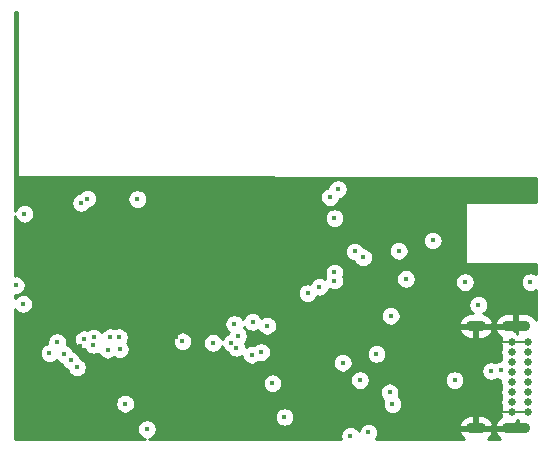
<source format=gbr>
G04 #@! TF.GenerationSoftware,KiCad,Pcbnew,(5.1.5)-3*
G04 #@! TF.CreationDate,2020-04-03T19:02:15-07:00*
G04 #@! TF.ProjectId,ShadowRunner,53686164-6f77-4527-956e-6e65722e6b69,rev?*
G04 #@! TF.SameCoordinates,Original*
G04 #@! TF.FileFunction,Copper,L2,Inr*
G04 #@! TF.FilePolarity,Positive*
%FSLAX46Y46*%
G04 Gerber Fmt 4.6, Leading zero omitted, Abs format (unit mm)*
G04 Created by KiCad (PCBNEW (5.1.5)-3) date 2020-04-03 19:02:15*
%MOMM*%
%LPD*%
G04 APERTURE LIST*
%ADD10C,0.650000*%
%ADD11O,2.400000X0.900000*%
%ADD12O,1.700000X0.900000*%
%ADD13C,0.400000*%
%ADD14C,0.800000*%
%ADD15C,0.152400*%
%ADD16C,0.254000*%
G04 APERTURE END LIST*
D10*
X155402500Y-130487500D03*
X155402500Y-129637500D03*
X155402500Y-128787500D03*
X155402500Y-127937500D03*
X155402500Y-127087500D03*
X155402500Y-126237500D03*
X155402500Y-125387500D03*
X155402500Y-124537500D03*
X154052500Y-124537500D03*
X154052500Y-125387500D03*
X154052500Y-126237500D03*
X154052500Y-127087500D03*
X154052500Y-127937500D03*
X154052500Y-128787500D03*
X154052500Y-129637500D03*
X154052500Y-130487500D03*
D11*
X154427500Y-131850000D03*
X154412500Y-123195000D03*
D12*
X151022500Y-131850000D03*
X151022500Y-123197500D03*
D13*
X140365000Y-113115000D03*
X130965000Y-112825000D03*
X134215000Y-116995000D03*
X153325000Y-118255000D03*
X126365000Y-120445000D03*
X113415000Y-119975000D03*
X118945000Y-120865000D03*
X133925000Y-114985000D03*
X113535000Y-112985000D03*
X141945000Y-131245000D03*
X138485000Y-132005000D03*
X135025000Y-131985000D03*
X122515000Y-124445000D03*
X125655000Y-124155000D03*
X129655000Y-124245000D03*
X130885000Y-117795000D03*
X124855000Y-114315000D03*
X128825000Y-115285000D03*
X128855000Y-121645000D03*
X125015000Y-122665000D03*
X119895000Y-122675000D03*
X114955000Y-121635000D03*
X114865000Y-116825000D03*
X119895000Y-114285000D03*
D14*
X121725000Y-111075000D03*
X117650000Y-111225000D03*
X115550000Y-111175000D03*
X112650000Y-111150000D03*
X155650000Y-111100000D03*
X153650000Y-111100000D03*
X151650000Y-111100000D03*
X149650000Y-111100000D03*
X147650000Y-111100000D03*
X145650000Y-111100000D03*
X143650000Y-111100000D03*
X142250000Y-111100000D03*
X137750000Y-111100000D03*
X135750000Y-111100000D03*
X133725000Y-111100000D03*
X131925000Y-111100000D03*
X129850000Y-111100000D03*
X128050000Y-111100000D03*
X126475000Y-111100000D03*
X123775000Y-111100000D03*
D13*
X114385000Y-130905000D03*
X150245000Y-125675000D03*
X117535000Y-124885000D03*
X145945000Y-122625000D03*
X148715000Y-114215000D03*
X129625000Y-112785000D03*
X123515000Y-112395000D03*
X123125000Y-125215000D03*
X113415000Y-122135000D03*
X142175000Y-115255000D03*
X131325000Y-118115000D03*
X127515000Y-124945000D03*
X155905000Y-112545000D03*
X154965000Y-112505000D03*
X153975000Y-112515000D03*
X152965000Y-112485000D03*
X149995000Y-113465000D03*
X149945000Y-114435000D03*
X149965000Y-115245000D03*
X149915000Y-116105000D03*
X149885000Y-116965000D03*
X150425000Y-118165000D03*
X151085000Y-118195000D03*
X151925000Y-118145000D03*
X152755000Y-118185000D03*
X153875000Y-118155000D03*
X156025000Y-118465000D03*
X154845000Y-118545000D03*
X149225000Y-127775000D03*
X141200000Y-127775000D03*
X123175000Y-131925000D03*
X112075000Y-119750000D03*
X118650000Y-124800000D03*
X142600000Y-125550000D03*
X139050000Y-114050000D03*
X147375000Y-115950000D03*
X145100000Y-119200000D03*
X140385000Y-132475000D03*
X133345000Y-123165000D03*
X128755000Y-124615000D03*
X139755000Y-126295000D03*
X143715000Y-128805000D03*
X133805000Y-128035000D03*
X114925000Y-125485000D03*
X121325000Y-129775000D03*
X112805000Y-113695000D03*
X112685000Y-121315000D03*
X151225000Y-121400000D03*
X134815000Y-130895000D03*
X143965000Y-129805000D03*
X141925000Y-132205000D03*
X120800000Y-124150000D03*
X120051201Y-124150000D03*
X120875000Y-125165000D03*
X126185000Y-124485000D03*
X130875000Y-124000000D03*
X130575000Y-123025000D03*
X132125000Y-122850000D03*
X152325000Y-127000000D03*
X155650000Y-119475000D03*
X118135000Y-112405000D03*
X150100000Y-119475000D03*
X117600000Y-112775000D03*
X138665000Y-112275000D03*
X144495000Y-116825000D03*
X119845000Y-125195000D03*
X122360000Y-112450000D03*
X132050000Y-125625000D03*
X130750000Y-125050000D03*
X132850000Y-125400000D03*
X130325000Y-124625000D03*
X115565000Y-124565000D03*
X139050000Y-119350000D03*
X116145000Y-125575000D03*
X139045222Y-118650000D03*
X136785000Y-120405000D03*
X116705000Y-126085000D03*
X117255000Y-126685000D03*
X137775000Y-119875000D03*
X141475000Y-117375000D03*
X117835000Y-124315000D03*
X118675000Y-124155000D03*
X140748799Y-116873799D03*
X153150000Y-126950000D03*
X139345000Y-111595000D03*
X143815000Y-122325000D03*
D15*
X155402500Y-124537500D02*
X154052500Y-124537500D01*
X153592881Y-124537500D02*
X153585381Y-124545000D01*
X154052500Y-124537500D02*
X153592881Y-124537500D01*
X153585381Y-124545000D02*
X152845000Y-124545000D01*
X155402500Y-130487500D02*
X152752500Y-130487500D01*
X117535000Y-124885000D02*
X117535000Y-125115000D01*
X125372158Y-124155000D02*
X125312158Y-124095000D01*
X125655000Y-124155000D02*
X125372158Y-124155000D01*
D16*
G36*
X112158000Y-110465181D02*
G01*
X112160412Y-110489635D01*
X112167612Y-110513467D01*
X112179323Y-110535437D01*
X112195095Y-110554700D01*
X112214322Y-110570516D01*
X112236266Y-110582277D01*
X112260082Y-110589531D01*
X112284855Y-110592000D01*
X156115776Y-110641887D01*
X156116913Y-112708000D01*
X150265000Y-112708000D01*
X150240224Y-112710440D01*
X150216399Y-112717667D01*
X150194443Y-112729403D01*
X150175197Y-112745197D01*
X150159403Y-112764443D01*
X150147667Y-112786399D01*
X150140440Y-112810224D01*
X150138000Y-112835000D01*
X150138000Y-117835000D01*
X150140440Y-117859776D01*
X150147667Y-117883601D01*
X150159403Y-117905557D01*
X150175197Y-117924803D01*
X150194443Y-117940597D01*
X150216399Y-117952333D01*
X150240224Y-117959560D01*
X150265000Y-117962000D01*
X156119803Y-117962000D01*
X156120255Y-118784969D01*
X156045521Y-118735033D01*
X155893560Y-118672089D01*
X155732240Y-118640000D01*
X155567760Y-118640000D01*
X155406440Y-118672089D01*
X155254479Y-118735033D01*
X155117719Y-118826413D01*
X155001413Y-118942719D01*
X154910033Y-119079479D01*
X154847089Y-119231440D01*
X154815000Y-119392760D01*
X154815000Y-119557240D01*
X154847089Y-119718560D01*
X154910033Y-119870521D01*
X155001413Y-120007281D01*
X155117719Y-120123587D01*
X155254479Y-120214967D01*
X155406440Y-120277911D01*
X155567760Y-120310000D01*
X155732240Y-120310000D01*
X155893560Y-120277911D01*
X156045521Y-120214967D01*
X156121014Y-120164524D01*
X156122396Y-122677855D01*
X156019514Y-122517592D01*
X155870891Y-122363413D01*
X155695045Y-122241191D01*
X155498733Y-122155624D01*
X155289500Y-122110000D01*
X154539500Y-122110000D01*
X154539500Y-123068000D01*
X154559500Y-123068000D01*
X154559500Y-123322000D01*
X154539500Y-123322000D01*
X154539500Y-123870892D01*
X154525431Y-123884961D01*
X154511823Y-123689230D01*
X154337508Y-123615919D01*
X154285500Y-123605281D01*
X154285500Y-123322000D01*
X152744998Y-123322000D01*
X152618092Y-123489001D01*
X152689798Y-123692197D01*
X152805486Y-123872408D01*
X152954109Y-124026587D01*
X153129955Y-124148809D01*
X153167620Y-124165226D01*
X153130919Y-124252492D01*
X153093025Y-124437760D01*
X153092003Y-124626861D01*
X153127892Y-124812528D01*
X153189253Y-124962962D01*
X153129392Y-125107478D01*
X153092500Y-125292948D01*
X153092500Y-125482052D01*
X153129392Y-125667522D01*
X153189444Y-125812500D01*
X153129392Y-125957478D01*
X153098059Y-126115000D01*
X153067760Y-126115000D01*
X152906440Y-126147089D01*
X152754479Y-126210033D01*
X152695290Y-126249582D01*
X152568560Y-126197089D01*
X152407240Y-126165000D01*
X152242760Y-126165000D01*
X152081440Y-126197089D01*
X151929479Y-126260033D01*
X151792719Y-126351413D01*
X151676413Y-126467719D01*
X151585033Y-126604479D01*
X151522089Y-126756440D01*
X151490000Y-126917760D01*
X151490000Y-127082240D01*
X151522089Y-127243560D01*
X151585033Y-127395521D01*
X151676413Y-127532281D01*
X151792719Y-127648587D01*
X151929479Y-127739967D01*
X152081440Y-127802911D01*
X152242760Y-127835000D01*
X152407240Y-127835000D01*
X152568560Y-127802911D01*
X152720521Y-127739967D01*
X152779710Y-127700418D01*
X152906440Y-127752911D01*
X153067760Y-127785000D01*
X153104026Y-127785000D01*
X153092500Y-127842948D01*
X153092500Y-128032052D01*
X153129392Y-128217522D01*
X153189444Y-128362500D01*
X153129392Y-128507478D01*
X153092500Y-128692948D01*
X153092500Y-128882052D01*
X153129392Y-129067522D01*
X153189444Y-129212500D01*
X153129392Y-129357478D01*
X153092500Y-129542948D01*
X153092500Y-129732052D01*
X153129392Y-129917522D01*
X153189618Y-130062920D01*
X153130919Y-130202492D01*
X153093025Y-130387760D01*
X153092003Y-130576861D01*
X153127892Y-130762528D01*
X153176758Y-130882329D01*
X153144955Y-130896191D01*
X152969109Y-131018413D01*
X152820486Y-131172592D01*
X152704798Y-131352803D01*
X152633092Y-131555999D01*
X152759998Y-131723000D01*
X154300500Y-131723000D01*
X154300500Y-131417332D01*
X154327528Y-131412108D01*
X154502626Y-131340687D01*
X154511823Y-131335770D01*
X154525431Y-131140039D01*
X154554500Y-131169108D01*
X154554500Y-131723000D01*
X154574500Y-131723000D01*
X154574500Y-131977000D01*
X154554500Y-131977000D01*
X154554500Y-131997000D01*
X154300500Y-131997000D01*
X154300500Y-131977000D01*
X152759998Y-131977000D01*
X152633092Y-132144001D01*
X152704798Y-132347197D01*
X152820486Y-132527408D01*
X152969109Y-132681587D01*
X153050273Y-132738000D01*
X152049727Y-132738000D01*
X152130891Y-132681587D01*
X152279514Y-132527408D01*
X152395202Y-132347197D01*
X152466908Y-132144001D01*
X152340002Y-131977000D01*
X151149500Y-131977000D01*
X151149500Y-131997000D01*
X150895500Y-131997000D01*
X150895500Y-131977000D01*
X149704998Y-131977000D01*
X149578092Y-132144001D01*
X149649798Y-132347197D01*
X149765486Y-132527408D01*
X149914109Y-132681587D01*
X149995273Y-132738000D01*
X142572868Y-132738000D01*
X142573587Y-132737281D01*
X142664967Y-132600521D01*
X142727911Y-132448560D01*
X142760000Y-132287240D01*
X142760000Y-132122760D01*
X142727911Y-131961440D01*
X142664967Y-131809479D01*
X142573587Y-131672719D01*
X142457281Y-131556413D01*
X142456662Y-131555999D01*
X149578092Y-131555999D01*
X149704998Y-131723000D01*
X150895500Y-131723000D01*
X150895500Y-130765000D01*
X151149500Y-130765000D01*
X151149500Y-131723000D01*
X152340002Y-131723000D01*
X152466908Y-131555999D01*
X152395202Y-131352803D01*
X152279514Y-131172592D01*
X152130891Y-131018413D01*
X151955045Y-130896191D01*
X151758733Y-130810624D01*
X151549500Y-130765000D01*
X151149500Y-130765000D01*
X150895500Y-130765000D01*
X150495500Y-130765000D01*
X150286267Y-130810624D01*
X150089955Y-130896191D01*
X149914109Y-131018413D01*
X149765486Y-131172592D01*
X149649798Y-131352803D01*
X149578092Y-131555999D01*
X142456662Y-131555999D01*
X142320521Y-131465033D01*
X142168560Y-131402089D01*
X142007240Y-131370000D01*
X141842760Y-131370000D01*
X141681440Y-131402089D01*
X141529479Y-131465033D01*
X141392719Y-131556413D01*
X141276413Y-131672719D01*
X141185033Y-131809479D01*
X141122089Y-131961440D01*
X141104656Y-132049081D01*
X141033587Y-131942719D01*
X140917281Y-131826413D01*
X140780521Y-131735033D01*
X140628560Y-131672089D01*
X140467240Y-131640000D01*
X140302760Y-131640000D01*
X140141440Y-131672089D01*
X139989479Y-131735033D01*
X139852719Y-131826413D01*
X139736413Y-131942719D01*
X139645033Y-132079479D01*
X139582089Y-132231440D01*
X139550000Y-132392760D01*
X139550000Y-132557240D01*
X139582089Y-132718560D01*
X139590141Y-132738000D01*
X123367840Y-132738000D01*
X123418560Y-132727911D01*
X123570521Y-132664967D01*
X123707281Y-132573587D01*
X123823587Y-132457281D01*
X123914967Y-132320521D01*
X123977911Y-132168560D01*
X124010000Y-132007240D01*
X124010000Y-131842760D01*
X123977911Y-131681440D01*
X123914967Y-131529479D01*
X123823587Y-131392719D01*
X123707281Y-131276413D01*
X123570521Y-131185033D01*
X123418560Y-131122089D01*
X123257240Y-131090000D01*
X123092760Y-131090000D01*
X122931440Y-131122089D01*
X122779479Y-131185033D01*
X122642719Y-131276413D01*
X122526413Y-131392719D01*
X122435033Y-131529479D01*
X122372089Y-131681440D01*
X122340000Y-131842760D01*
X122340000Y-132007240D01*
X122372089Y-132168560D01*
X122435033Y-132320521D01*
X122526413Y-132457281D01*
X122642719Y-132573587D01*
X122779479Y-132664967D01*
X122931440Y-132727911D01*
X122982160Y-132738000D01*
X111972140Y-132738000D01*
X111974257Y-130812760D01*
X133980000Y-130812760D01*
X133980000Y-130977240D01*
X134012089Y-131138560D01*
X134075033Y-131290521D01*
X134166413Y-131427281D01*
X134282719Y-131543587D01*
X134419479Y-131634967D01*
X134571440Y-131697911D01*
X134732760Y-131730000D01*
X134897240Y-131730000D01*
X135058560Y-131697911D01*
X135210521Y-131634967D01*
X135347281Y-131543587D01*
X135463587Y-131427281D01*
X135554967Y-131290521D01*
X135617911Y-131138560D01*
X135650000Y-130977240D01*
X135650000Y-130812760D01*
X135617911Y-130651440D01*
X135554967Y-130499479D01*
X135463587Y-130362719D01*
X135347281Y-130246413D01*
X135210521Y-130155033D01*
X135058560Y-130092089D01*
X134897240Y-130060000D01*
X134732760Y-130060000D01*
X134571440Y-130092089D01*
X134419479Y-130155033D01*
X134282719Y-130246413D01*
X134166413Y-130362719D01*
X134075033Y-130499479D01*
X134012089Y-130651440D01*
X133980000Y-130812760D01*
X111974257Y-130812760D01*
X111975489Y-129692760D01*
X120490000Y-129692760D01*
X120490000Y-129857240D01*
X120522089Y-130018560D01*
X120585033Y-130170521D01*
X120676413Y-130307281D01*
X120792719Y-130423587D01*
X120929479Y-130514967D01*
X121081440Y-130577911D01*
X121242760Y-130610000D01*
X121407240Y-130610000D01*
X121568560Y-130577911D01*
X121720521Y-130514967D01*
X121857281Y-130423587D01*
X121973587Y-130307281D01*
X122064967Y-130170521D01*
X122127911Y-130018560D01*
X122160000Y-129857240D01*
X122160000Y-129692760D01*
X122127911Y-129531440D01*
X122064967Y-129379479D01*
X121973587Y-129242719D01*
X121857281Y-129126413D01*
X121720521Y-129035033D01*
X121568560Y-128972089D01*
X121407240Y-128940000D01*
X121242760Y-128940000D01*
X121081440Y-128972089D01*
X120929479Y-129035033D01*
X120792719Y-129126413D01*
X120676413Y-129242719D01*
X120585033Y-129379479D01*
X120522089Y-129531440D01*
X120490000Y-129692760D01*
X111975489Y-129692760D01*
X111977403Y-127952760D01*
X132970000Y-127952760D01*
X132970000Y-128117240D01*
X133002089Y-128278560D01*
X133065033Y-128430521D01*
X133156413Y-128567281D01*
X133272719Y-128683587D01*
X133409479Y-128774967D01*
X133561440Y-128837911D01*
X133722760Y-128870000D01*
X133887240Y-128870000D01*
X134048560Y-128837911D01*
X134200521Y-128774967D01*
X134278654Y-128722760D01*
X142880000Y-128722760D01*
X142880000Y-128887240D01*
X142912089Y-129048560D01*
X142975033Y-129200521D01*
X143066413Y-129337281D01*
X143182719Y-129453587D01*
X143201551Y-129466170D01*
X143162089Y-129561440D01*
X143130000Y-129722760D01*
X143130000Y-129887240D01*
X143162089Y-130048560D01*
X143225033Y-130200521D01*
X143316413Y-130337281D01*
X143432719Y-130453587D01*
X143569479Y-130544967D01*
X143721440Y-130607911D01*
X143882760Y-130640000D01*
X144047240Y-130640000D01*
X144208560Y-130607911D01*
X144360521Y-130544967D01*
X144497281Y-130453587D01*
X144613587Y-130337281D01*
X144704967Y-130200521D01*
X144767911Y-130048560D01*
X144800000Y-129887240D01*
X144800000Y-129722760D01*
X144767911Y-129561440D01*
X144704967Y-129409479D01*
X144613587Y-129272719D01*
X144497281Y-129156413D01*
X144478449Y-129143830D01*
X144517911Y-129048560D01*
X144550000Y-128887240D01*
X144550000Y-128722760D01*
X144517911Y-128561440D01*
X144454967Y-128409479D01*
X144363587Y-128272719D01*
X144247281Y-128156413D01*
X144110521Y-128065033D01*
X143958560Y-128002089D01*
X143797240Y-127970000D01*
X143632760Y-127970000D01*
X143471440Y-128002089D01*
X143319479Y-128065033D01*
X143182719Y-128156413D01*
X143066413Y-128272719D01*
X142975033Y-128409479D01*
X142912089Y-128561440D01*
X142880000Y-128722760D01*
X134278654Y-128722760D01*
X134337281Y-128683587D01*
X134453587Y-128567281D01*
X134544967Y-128430521D01*
X134607911Y-128278560D01*
X134640000Y-128117240D01*
X134640000Y-127952760D01*
X134607911Y-127791440D01*
X134567037Y-127692760D01*
X140365000Y-127692760D01*
X140365000Y-127857240D01*
X140397089Y-128018560D01*
X140460033Y-128170521D01*
X140551413Y-128307281D01*
X140667719Y-128423587D01*
X140804479Y-128514967D01*
X140956440Y-128577911D01*
X141117760Y-128610000D01*
X141282240Y-128610000D01*
X141443560Y-128577911D01*
X141595521Y-128514967D01*
X141732281Y-128423587D01*
X141848587Y-128307281D01*
X141939967Y-128170521D01*
X142002911Y-128018560D01*
X142035000Y-127857240D01*
X142035000Y-127692760D01*
X148390000Y-127692760D01*
X148390000Y-127857240D01*
X148422089Y-128018560D01*
X148485033Y-128170521D01*
X148576413Y-128307281D01*
X148692719Y-128423587D01*
X148829479Y-128514967D01*
X148981440Y-128577911D01*
X149142760Y-128610000D01*
X149307240Y-128610000D01*
X149468560Y-128577911D01*
X149620521Y-128514967D01*
X149757281Y-128423587D01*
X149873587Y-128307281D01*
X149964967Y-128170521D01*
X150027911Y-128018560D01*
X150060000Y-127857240D01*
X150060000Y-127692760D01*
X150027911Y-127531440D01*
X149964967Y-127379479D01*
X149873587Y-127242719D01*
X149757281Y-127126413D01*
X149620521Y-127035033D01*
X149468560Y-126972089D01*
X149307240Y-126940000D01*
X149142760Y-126940000D01*
X148981440Y-126972089D01*
X148829479Y-127035033D01*
X148692719Y-127126413D01*
X148576413Y-127242719D01*
X148485033Y-127379479D01*
X148422089Y-127531440D01*
X148390000Y-127692760D01*
X142035000Y-127692760D01*
X142002911Y-127531440D01*
X141939967Y-127379479D01*
X141848587Y-127242719D01*
X141732281Y-127126413D01*
X141595521Y-127035033D01*
X141443560Y-126972089D01*
X141282240Y-126940000D01*
X141117760Y-126940000D01*
X140956440Y-126972089D01*
X140804479Y-127035033D01*
X140667719Y-127126413D01*
X140551413Y-127242719D01*
X140460033Y-127379479D01*
X140397089Y-127531440D01*
X140365000Y-127692760D01*
X134567037Y-127692760D01*
X134544967Y-127639479D01*
X134453587Y-127502719D01*
X134337281Y-127386413D01*
X134200521Y-127295033D01*
X134048560Y-127232089D01*
X133887240Y-127200000D01*
X133722760Y-127200000D01*
X133561440Y-127232089D01*
X133409479Y-127295033D01*
X133272719Y-127386413D01*
X133156413Y-127502719D01*
X133065033Y-127639479D01*
X133002089Y-127791440D01*
X132970000Y-127952760D01*
X111977403Y-127952760D01*
X111980209Y-125402760D01*
X114090000Y-125402760D01*
X114090000Y-125567240D01*
X114122089Y-125728560D01*
X114185033Y-125880521D01*
X114276413Y-126017281D01*
X114392719Y-126133587D01*
X114529479Y-126224967D01*
X114681440Y-126287911D01*
X114842760Y-126320000D01*
X115007240Y-126320000D01*
X115168560Y-126287911D01*
X115320521Y-126224967D01*
X115457281Y-126133587D01*
X115491276Y-126099592D01*
X115496413Y-126107281D01*
X115612719Y-126223587D01*
X115749479Y-126314967D01*
X115901440Y-126377911D01*
X115924425Y-126382483D01*
X115965033Y-126480521D01*
X116056413Y-126617281D01*
X116172719Y-126733587D01*
X116309479Y-126824967D01*
X116442438Y-126880040D01*
X116452089Y-126928560D01*
X116515033Y-127080521D01*
X116606413Y-127217281D01*
X116722719Y-127333587D01*
X116859479Y-127424967D01*
X117011440Y-127487911D01*
X117172760Y-127520000D01*
X117337240Y-127520000D01*
X117498560Y-127487911D01*
X117650521Y-127424967D01*
X117787281Y-127333587D01*
X117903587Y-127217281D01*
X117994967Y-127080521D01*
X118057911Y-126928560D01*
X118090000Y-126767240D01*
X118090000Y-126602760D01*
X118057911Y-126441440D01*
X117994967Y-126289479D01*
X117903587Y-126152719D01*
X117787281Y-126036413D01*
X117650521Y-125945033D01*
X117517562Y-125889960D01*
X117507911Y-125841440D01*
X117444967Y-125689479D01*
X117353587Y-125552719D01*
X117237281Y-125436413D01*
X117100521Y-125345033D01*
X116948560Y-125282089D01*
X116925575Y-125277517D01*
X116884967Y-125179479D01*
X116793587Y-125042719D01*
X116677281Y-124926413D01*
X116540521Y-124835033D01*
X116388560Y-124772089D01*
X116375675Y-124769526D01*
X116400000Y-124647240D01*
X116400000Y-124482760D01*
X116367911Y-124321440D01*
X116331179Y-124232760D01*
X117000000Y-124232760D01*
X117000000Y-124397240D01*
X117032089Y-124558560D01*
X117095033Y-124710521D01*
X117186413Y-124847281D01*
X117302719Y-124963587D01*
X117439479Y-125054967D01*
X117591440Y-125117911D01*
X117752760Y-125150000D01*
X117891178Y-125150000D01*
X117910033Y-125195521D01*
X118001413Y-125332281D01*
X118117719Y-125448587D01*
X118254479Y-125539967D01*
X118406440Y-125602911D01*
X118567760Y-125635000D01*
X118732240Y-125635000D01*
X118893560Y-125602911D01*
X119045521Y-125539967D01*
X119075732Y-125519781D01*
X119105033Y-125590521D01*
X119196413Y-125727281D01*
X119312719Y-125843587D01*
X119449479Y-125934967D01*
X119601440Y-125997911D01*
X119762760Y-126030000D01*
X119927240Y-126030000D01*
X120088560Y-125997911D01*
X120240521Y-125934967D01*
X120377281Y-125843587D01*
X120381421Y-125839447D01*
X120479479Y-125904967D01*
X120631440Y-125967911D01*
X120792760Y-126000000D01*
X120957240Y-126000000D01*
X121118560Y-125967911D01*
X121270521Y-125904967D01*
X121407281Y-125813587D01*
X121523587Y-125697281D01*
X121614967Y-125560521D01*
X121677911Y-125408560D01*
X121710000Y-125247240D01*
X121710000Y-125082760D01*
X121677911Y-124921440D01*
X121614967Y-124769479D01*
X121523587Y-124632719D01*
X121498480Y-124607612D01*
X121539967Y-124545521D01*
X121599100Y-124402760D01*
X125350000Y-124402760D01*
X125350000Y-124567240D01*
X125382089Y-124728560D01*
X125445033Y-124880521D01*
X125536413Y-125017281D01*
X125652719Y-125133587D01*
X125789479Y-125224967D01*
X125941440Y-125287911D01*
X126102760Y-125320000D01*
X126267240Y-125320000D01*
X126428560Y-125287911D01*
X126580521Y-125224967D01*
X126717281Y-125133587D01*
X126833587Y-125017281D01*
X126924967Y-124880521D01*
X126987911Y-124728560D01*
X127020000Y-124567240D01*
X127020000Y-124532760D01*
X127920000Y-124532760D01*
X127920000Y-124697240D01*
X127952089Y-124858560D01*
X128015033Y-125010521D01*
X128106413Y-125147281D01*
X128222719Y-125263587D01*
X128359479Y-125354967D01*
X128511440Y-125417911D01*
X128672760Y-125450000D01*
X128837240Y-125450000D01*
X128998560Y-125417911D01*
X129150521Y-125354967D01*
X129287281Y-125263587D01*
X129403587Y-125147281D01*
X129494967Y-125010521D01*
X129537929Y-124906801D01*
X129585033Y-125020521D01*
X129676413Y-125157281D01*
X129792719Y-125273587D01*
X129929479Y-125364967D01*
X129986439Y-125388561D01*
X130010033Y-125445521D01*
X130101413Y-125582281D01*
X130217719Y-125698587D01*
X130354479Y-125789967D01*
X130506440Y-125852911D01*
X130667760Y-125885000D01*
X130832240Y-125885000D01*
X130993560Y-125852911D01*
X131145521Y-125789967D01*
X131221374Y-125739284D01*
X131247089Y-125868560D01*
X131310033Y-126020521D01*
X131401413Y-126157281D01*
X131517719Y-126273587D01*
X131654479Y-126364967D01*
X131806440Y-126427911D01*
X131967760Y-126460000D01*
X132132240Y-126460000D01*
X132293560Y-126427911D01*
X132445521Y-126364967D01*
X132582281Y-126273587D01*
X132645239Y-126210629D01*
X132767760Y-126235000D01*
X132932240Y-126235000D01*
X133044046Y-126212760D01*
X138920000Y-126212760D01*
X138920000Y-126377240D01*
X138952089Y-126538560D01*
X139015033Y-126690521D01*
X139106413Y-126827281D01*
X139222719Y-126943587D01*
X139359479Y-127034967D01*
X139511440Y-127097911D01*
X139672760Y-127130000D01*
X139837240Y-127130000D01*
X139998560Y-127097911D01*
X140150521Y-127034967D01*
X140287281Y-126943587D01*
X140403587Y-126827281D01*
X140494967Y-126690521D01*
X140557911Y-126538560D01*
X140590000Y-126377240D01*
X140590000Y-126212760D01*
X140557911Y-126051440D01*
X140494967Y-125899479D01*
X140403587Y-125762719D01*
X140287281Y-125646413D01*
X140150521Y-125555033D01*
X139998560Y-125492089D01*
X139876252Y-125467760D01*
X141765000Y-125467760D01*
X141765000Y-125632240D01*
X141797089Y-125793560D01*
X141860033Y-125945521D01*
X141951413Y-126082281D01*
X142067719Y-126198587D01*
X142204479Y-126289967D01*
X142356440Y-126352911D01*
X142517760Y-126385000D01*
X142682240Y-126385000D01*
X142843560Y-126352911D01*
X142995521Y-126289967D01*
X143132281Y-126198587D01*
X143248587Y-126082281D01*
X143339967Y-125945521D01*
X143402911Y-125793560D01*
X143435000Y-125632240D01*
X143435000Y-125467760D01*
X143402911Y-125306440D01*
X143339967Y-125154479D01*
X143248587Y-125017719D01*
X143132281Y-124901413D01*
X142995521Y-124810033D01*
X142843560Y-124747089D01*
X142682240Y-124715000D01*
X142517760Y-124715000D01*
X142356440Y-124747089D01*
X142204479Y-124810033D01*
X142067719Y-124901413D01*
X141951413Y-125017719D01*
X141860033Y-125154479D01*
X141797089Y-125306440D01*
X141765000Y-125467760D01*
X139876252Y-125467760D01*
X139837240Y-125460000D01*
X139672760Y-125460000D01*
X139511440Y-125492089D01*
X139359479Y-125555033D01*
X139222719Y-125646413D01*
X139106413Y-125762719D01*
X139015033Y-125899479D01*
X138952089Y-126051440D01*
X138920000Y-126212760D01*
X133044046Y-126212760D01*
X133093560Y-126202911D01*
X133245521Y-126139967D01*
X133382281Y-126048587D01*
X133498587Y-125932281D01*
X133589967Y-125795521D01*
X133652911Y-125643560D01*
X133685000Y-125482240D01*
X133685000Y-125317760D01*
X133652911Y-125156440D01*
X133589967Y-125004479D01*
X133498587Y-124867719D01*
X133382281Y-124751413D01*
X133245521Y-124660033D01*
X133093560Y-124597089D01*
X132932240Y-124565000D01*
X132767760Y-124565000D01*
X132606440Y-124597089D01*
X132454479Y-124660033D01*
X132317719Y-124751413D01*
X132254761Y-124814371D01*
X132132240Y-124790000D01*
X131967760Y-124790000D01*
X131806440Y-124822089D01*
X131654479Y-124885033D01*
X131578626Y-124935716D01*
X131552911Y-124806440D01*
X131489967Y-124654479D01*
X131454488Y-124601380D01*
X131523587Y-124532281D01*
X131614967Y-124395521D01*
X131677911Y-124243560D01*
X131710000Y-124082240D01*
X131710000Y-123917760D01*
X131677911Y-123756440D01*
X131614967Y-123604479D01*
X131523587Y-123467719D01*
X131407281Y-123351413D01*
X131357398Y-123318082D01*
X131377911Y-123268560D01*
X131383318Y-123241380D01*
X131385033Y-123245521D01*
X131476413Y-123382281D01*
X131592719Y-123498587D01*
X131729479Y-123589967D01*
X131881440Y-123652911D01*
X132042760Y-123685000D01*
X132207240Y-123685000D01*
X132368560Y-123652911D01*
X132520521Y-123589967D01*
X132596266Y-123539356D01*
X132605033Y-123560521D01*
X132696413Y-123697281D01*
X132812719Y-123813587D01*
X132949479Y-123904967D01*
X133101440Y-123967911D01*
X133262760Y-124000000D01*
X133427240Y-124000000D01*
X133588560Y-123967911D01*
X133740521Y-123904967D01*
X133877281Y-123813587D01*
X133993587Y-123697281D01*
X134084967Y-123560521D01*
X134113555Y-123491501D01*
X149578092Y-123491501D01*
X149649798Y-123694697D01*
X149765486Y-123874908D01*
X149914109Y-124029087D01*
X150089955Y-124151309D01*
X150286267Y-124236876D01*
X150495500Y-124282500D01*
X150895500Y-124282500D01*
X150895500Y-123324500D01*
X151149500Y-123324500D01*
X151149500Y-124282500D01*
X151549500Y-124282500D01*
X151758733Y-124236876D01*
X151955045Y-124151309D01*
X152130891Y-124029087D01*
X152279514Y-123874908D01*
X152395202Y-123694697D01*
X152466908Y-123491501D01*
X152340002Y-123324500D01*
X151149500Y-123324500D01*
X150895500Y-123324500D01*
X149704998Y-123324500D01*
X149578092Y-123491501D01*
X134113555Y-123491501D01*
X134147911Y-123408560D01*
X134180000Y-123247240D01*
X134180000Y-123082760D01*
X134147911Y-122921440D01*
X134084967Y-122769479D01*
X133993587Y-122632719D01*
X133877281Y-122516413D01*
X133740521Y-122425033D01*
X133588560Y-122362089D01*
X133427240Y-122330000D01*
X133262760Y-122330000D01*
X133101440Y-122362089D01*
X132949479Y-122425033D01*
X132873734Y-122475644D01*
X132864967Y-122454479D01*
X132773587Y-122317719D01*
X132698628Y-122242760D01*
X142980000Y-122242760D01*
X142980000Y-122407240D01*
X143012089Y-122568560D01*
X143075033Y-122720521D01*
X143166413Y-122857281D01*
X143282719Y-122973587D01*
X143419479Y-123064967D01*
X143571440Y-123127911D01*
X143732760Y-123160000D01*
X143897240Y-123160000D01*
X144058560Y-123127911D01*
X144210521Y-123064967D01*
X144347281Y-122973587D01*
X144417369Y-122903499D01*
X149578092Y-122903499D01*
X149704998Y-123070500D01*
X150895500Y-123070500D01*
X150895500Y-123050500D01*
X151149500Y-123050500D01*
X151149500Y-123070500D01*
X152340002Y-123070500D01*
X152466908Y-122903499D01*
X152466026Y-122900999D01*
X152618092Y-122900999D01*
X152744998Y-123068000D01*
X154285500Y-123068000D01*
X154285500Y-122110000D01*
X153535500Y-122110000D01*
X153326267Y-122155624D01*
X153129955Y-122241191D01*
X152954109Y-122363413D01*
X152805486Y-122517592D01*
X152689798Y-122697803D01*
X152618092Y-122900999D01*
X152466026Y-122900999D01*
X152395202Y-122700303D01*
X152279514Y-122520092D01*
X152130891Y-122365913D01*
X151955045Y-122243691D01*
X151758733Y-122158124D01*
X151634040Y-122130934D01*
X151757281Y-122048587D01*
X151873587Y-121932281D01*
X151964967Y-121795521D01*
X152027911Y-121643560D01*
X152060000Y-121482240D01*
X152060000Y-121317760D01*
X152027911Y-121156440D01*
X151964967Y-121004479D01*
X151873587Y-120867719D01*
X151757281Y-120751413D01*
X151620521Y-120660033D01*
X151468560Y-120597089D01*
X151307240Y-120565000D01*
X151142760Y-120565000D01*
X150981440Y-120597089D01*
X150829479Y-120660033D01*
X150692719Y-120751413D01*
X150576413Y-120867719D01*
X150485033Y-121004479D01*
X150422089Y-121156440D01*
X150390000Y-121317760D01*
X150390000Y-121482240D01*
X150422089Y-121643560D01*
X150485033Y-121795521D01*
X150576413Y-121932281D01*
X150692719Y-122048587D01*
X150788372Y-122112500D01*
X150495500Y-122112500D01*
X150286267Y-122158124D01*
X150089955Y-122243691D01*
X149914109Y-122365913D01*
X149765486Y-122520092D01*
X149649798Y-122700303D01*
X149578092Y-122903499D01*
X144417369Y-122903499D01*
X144463587Y-122857281D01*
X144554967Y-122720521D01*
X144617911Y-122568560D01*
X144650000Y-122407240D01*
X144650000Y-122242760D01*
X144617911Y-122081440D01*
X144554967Y-121929479D01*
X144463587Y-121792719D01*
X144347281Y-121676413D01*
X144210521Y-121585033D01*
X144058560Y-121522089D01*
X143897240Y-121490000D01*
X143732760Y-121490000D01*
X143571440Y-121522089D01*
X143419479Y-121585033D01*
X143282719Y-121676413D01*
X143166413Y-121792719D01*
X143075033Y-121929479D01*
X143012089Y-122081440D01*
X142980000Y-122242760D01*
X132698628Y-122242760D01*
X132657281Y-122201413D01*
X132520521Y-122110033D01*
X132368560Y-122047089D01*
X132207240Y-122015000D01*
X132042760Y-122015000D01*
X131881440Y-122047089D01*
X131729479Y-122110033D01*
X131592719Y-122201413D01*
X131476413Y-122317719D01*
X131385033Y-122454479D01*
X131322089Y-122606440D01*
X131316682Y-122633620D01*
X131314967Y-122629479D01*
X131223587Y-122492719D01*
X131107281Y-122376413D01*
X130970521Y-122285033D01*
X130818560Y-122222089D01*
X130657240Y-122190000D01*
X130492760Y-122190000D01*
X130331440Y-122222089D01*
X130179479Y-122285033D01*
X130042719Y-122376413D01*
X129926413Y-122492719D01*
X129835033Y-122629479D01*
X129772089Y-122781440D01*
X129740000Y-122942760D01*
X129740000Y-123107240D01*
X129772089Y-123268560D01*
X129835033Y-123420521D01*
X129926413Y-123557281D01*
X130042719Y-123673587D01*
X130092602Y-123706918D01*
X130072089Y-123756440D01*
X130057018Y-123832205D01*
X129929479Y-123885033D01*
X129792719Y-123976413D01*
X129676413Y-124092719D01*
X129585033Y-124229479D01*
X129542071Y-124333199D01*
X129494967Y-124219479D01*
X129403587Y-124082719D01*
X129287281Y-123966413D01*
X129150521Y-123875033D01*
X128998560Y-123812089D01*
X128837240Y-123780000D01*
X128672760Y-123780000D01*
X128511440Y-123812089D01*
X128359479Y-123875033D01*
X128222719Y-123966413D01*
X128106413Y-124082719D01*
X128015033Y-124219479D01*
X127952089Y-124371440D01*
X127920000Y-124532760D01*
X127020000Y-124532760D01*
X127020000Y-124402760D01*
X126987911Y-124241440D01*
X126924967Y-124089479D01*
X126833587Y-123952719D01*
X126717281Y-123836413D01*
X126580521Y-123745033D01*
X126428560Y-123682089D01*
X126267240Y-123650000D01*
X126102760Y-123650000D01*
X125941440Y-123682089D01*
X125789479Y-123745033D01*
X125652719Y-123836413D01*
X125536413Y-123952719D01*
X125445033Y-124089479D01*
X125382089Y-124241440D01*
X125350000Y-124402760D01*
X121599100Y-124402760D01*
X121602911Y-124393560D01*
X121635000Y-124232240D01*
X121635000Y-124067760D01*
X121602911Y-123906440D01*
X121539967Y-123754479D01*
X121448587Y-123617719D01*
X121332281Y-123501413D01*
X121195521Y-123410033D01*
X121043560Y-123347089D01*
X120882240Y-123315000D01*
X120717760Y-123315000D01*
X120556440Y-123347089D01*
X120425601Y-123401284D01*
X120294761Y-123347089D01*
X120133441Y-123315000D01*
X119968961Y-123315000D01*
X119807641Y-123347089D01*
X119655680Y-123410033D01*
X119518920Y-123501413D01*
X119402614Y-123617719D01*
X119361430Y-123679355D01*
X119323587Y-123622719D01*
X119207281Y-123506413D01*
X119070521Y-123415033D01*
X118918560Y-123352089D01*
X118757240Y-123320000D01*
X118592760Y-123320000D01*
X118431440Y-123352089D01*
X118279479Y-123415033D01*
X118142719Y-123506413D01*
X118119914Y-123529218D01*
X118078560Y-123512089D01*
X117917240Y-123480000D01*
X117752760Y-123480000D01*
X117591440Y-123512089D01*
X117439479Y-123575033D01*
X117302719Y-123666413D01*
X117186413Y-123782719D01*
X117095033Y-123919479D01*
X117032089Y-124071440D01*
X117000000Y-124232760D01*
X116331179Y-124232760D01*
X116304967Y-124169479D01*
X116213587Y-124032719D01*
X116097281Y-123916413D01*
X115960521Y-123825033D01*
X115808560Y-123762089D01*
X115647240Y-123730000D01*
X115482760Y-123730000D01*
X115321440Y-123762089D01*
X115169479Y-123825033D01*
X115032719Y-123916413D01*
X114916413Y-124032719D01*
X114825033Y-124169479D01*
X114762089Y-124321440D01*
X114730000Y-124482760D01*
X114730000Y-124647240D01*
X114734820Y-124671471D01*
X114681440Y-124682089D01*
X114529479Y-124745033D01*
X114392719Y-124836413D01*
X114276413Y-124952719D01*
X114185033Y-125089479D01*
X114122089Y-125241440D01*
X114090000Y-125402760D01*
X111980209Y-125402760D01*
X111984207Y-121769149D01*
X112036413Y-121847281D01*
X112152719Y-121963587D01*
X112289479Y-122054967D01*
X112441440Y-122117911D01*
X112602760Y-122150000D01*
X112767240Y-122150000D01*
X112928560Y-122117911D01*
X113080521Y-122054967D01*
X113217281Y-121963587D01*
X113333587Y-121847281D01*
X113424967Y-121710521D01*
X113487911Y-121558560D01*
X113520000Y-121397240D01*
X113520000Y-121232760D01*
X113487911Y-121071440D01*
X113424967Y-120919479D01*
X113333587Y-120782719D01*
X113217281Y-120666413D01*
X113080521Y-120575033D01*
X112928560Y-120512089D01*
X112767240Y-120480000D01*
X112602760Y-120480000D01*
X112441440Y-120512089D01*
X112289479Y-120575033D01*
X112152719Y-120666413D01*
X112036413Y-120782719D01*
X111985208Y-120859353D01*
X111985511Y-120583558D01*
X111992760Y-120585000D01*
X112157240Y-120585000D01*
X112318560Y-120552911D01*
X112470521Y-120489967D01*
X112607281Y-120398587D01*
X112683108Y-120322760D01*
X135950000Y-120322760D01*
X135950000Y-120487240D01*
X135982089Y-120648560D01*
X136045033Y-120800521D01*
X136136413Y-120937281D01*
X136252719Y-121053587D01*
X136389479Y-121144967D01*
X136541440Y-121207911D01*
X136702760Y-121240000D01*
X136867240Y-121240000D01*
X137028560Y-121207911D01*
X137180521Y-121144967D01*
X137317281Y-121053587D01*
X137433587Y-120937281D01*
X137524967Y-120800521D01*
X137572380Y-120686055D01*
X137692760Y-120710000D01*
X137857240Y-120710000D01*
X138018560Y-120677911D01*
X138170521Y-120614967D01*
X138307281Y-120523587D01*
X138423587Y-120407281D01*
X138514967Y-120270521D01*
X138577911Y-120118560D01*
X138591914Y-120048163D01*
X138654479Y-120089967D01*
X138806440Y-120152911D01*
X138967760Y-120185000D01*
X139132240Y-120185000D01*
X139293560Y-120152911D01*
X139445521Y-120089967D01*
X139582281Y-119998587D01*
X139698587Y-119882281D01*
X139789967Y-119745521D01*
X139852911Y-119593560D01*
X139885000Y-119432240D01*
X139885000Y-119267760D01*
X139855163Y-119117760D01*
X144265000Y-119117760D01*
X144265000Y-119282240D01*
X144297089Y-119443560D01*
X144360033Y-119595521D01*
X144451413Y-119732281D01*
X144567719Y-119848587D01*
X144704479Y-119939967D01*
X144856440Y-120002911D01*
X145017760Y-120035000D01*
X145182240Y-120035000D01*
X145343560Y-120002911D01*
X145495521Y-119939967D01*
X145632281Y-119848587D01*
X145748587Y-119732281D01*
X145839967Y-119595521D01*
X145902911Y-119443560D01*
X145913015Y-119392760D01*
X149265000Y-119392760D01*
X149265000Y-119557240D01*
X149297089Y-119718560D01*
X149360033Y-119870521D01*
X149451413Y-120007281D01*
X149567719Y-120123587D01*
X149704479Y-120214967D01*
X149856440Y-120277911D01*
X150017760Y-120310000D01*
X150182240Y-120310000D01*
X150343560Y-120277911D01*
X150495521Y-120214967D01*
X150632281Y-120123587D01*
X150748587Y-120007281D01*
X150839967Y-119870521D01*
X150902911Y-119718560D01*
X150935000Y-119557240D01*
X150935000Y-119392760D01*
X150902911Y-119231440D01*
X150839967Y-119079479D01*
X150748587Y-118942719D01*
X150632281Y-118826413D01*
X150495521Y-118735033D01*
X150343560Y-118672089D01*
X150182240Y-118640000D01*
X150017760Y-118640000D01*
X149856440Y-118672089D01*
X149704479Y-118735033D01*
X149567719Y-118826413D01*
X149451413Y-118942719D01*
X149360033Y-119079479D01*
X149297089Y-119231440D01*
X149265000Y-119392760D01*
X145913015Y-119392760D01*
X145935000Y-119282240D01*
X145935000Y-119117760D01*
X145902911Y-118956440D01*
X145839967Y-118804479D01*
X145748587Y-118667719D01*
X145632281Y-118551413D01*
X145495521Y-118460033D01*
X145343560Y-118397089D01*
X145182240Y-118365000D01*
X145017760Y-118365000D01*
X144856440Y-118397089D01*
X144704479Y-118460033D01*
X144567719Y-118551413D01*
X144451413Y-118667719D01*
X144360033Y-118804479D01*
X144297089Y-118956440D01*
X144265000Y-119117760D01*
X139855163Y-119117760D01*
X139852911Y-119106440D01*
X139806433Y-118994232D01*
X139848133Y-118893560D01*
X139880222Y-118732240D01*
X139880222Y-118567760D01*
X139848133Y-118406440D01*
X139785189Y-118254479D01*
X139693809Y-118117719D01*
X139577503Y-118001413D01*
X139440743Y-117910033D01*
X139288782Y-117847089D01*
X139127462Y-117815000D01*
X138962982Y-117815000D01*
X138801662Y-117847089D01*
X138649701Y-117910033D01*
X138512941Y-118001413D01*
X138396635Y-118117719D01*
X138305255Y-118254479D01*
X138242311Y-118406440D01*
X138210222Y-118567760D01*
X138210222Y-118732240D01*
X138242311Y-118893560D01*
X138288789Y-119005768D01*
X138247089Y-119106440D01*
X138233086Y-119176837D01*
X138170521Y-119135033D01*
X138018560Y-119072089D01*
X137857240Y-119040000D01*
X137692760Y-119040000D01*
X137531440Y-119072089D01*
X137379479Y-119135033D01*
X137242719Y-119226413D01*
X137126413Y-119342719D01*
X137035033Y-119479479D01*
X136987620Y-119593945D01*
X136867240Y-119570000D01*
X136702760Y-119570000D01*
X136541440Y-119602089D01*
X136389479Y-119665033D01*
X136252719Y-119756413D01*
X136136413Y-119872719D01*
X136045033Y-120009479D01*
X135982089Y-120161440D01*
X135950000Y-120322760D01*
X112683108Y-120322760D01*
X112723587Y-120282281D01*
X112814967Y-120145521D01*
X112877911Y-119993560D01*
X112910000Y-119832240D01*
X112910000Y-119667760D01*
X112877911Y-119506440D01*
X112814967Y-119354479D01*
X112723587Y-119217719D01*
X112607281Y-119101413D01*
X112470521Y-119010033D01*
X112318560Y-118947089D01*
X112157240Y-118915000D01*
X111992760Y-118915000D01*
X111987345Y-118916077D01*
X111989682Y-116791559D01*
X139913799Y-116791559D01*
X139913799Y-116956039D01*
X139945888Y-117117359D01*
X140008832Y-117269320D01*
X140100212Y-117406080D01*
X140216518Y-117522386D01*
X140353278Y-117613766D01*
X140505239Y-117676710D01*
X140666559Y-117708799D01*
X140709467Y-117708799D01*
X140735033Y-117770521D01*
X140826413Y-117907281D01*
X140942719Y-118023587D01*
X141079479Y-118114967D01*
X141231440Y-118177911D01*
X141392760Y-118210000D01*
X141557240Y-118210000D01*
X141718560Y-118177911D01*
X141870521Y-118114967D01*
X142007281Y-118023587D01*
X142123587Y-117907281D01*
X142214967Y-117770521D01*
X142277911Y-117618560D01*
X142310000Y-117457240D01*
X142310000Y-117292760D01*
X142277911Y-117131440D01*
X142214967Y-116979479D01*
X142123587Y-116842719D01*
X142023628Y-116742760D01*
X143660000Y-116742760D01*
X143660000Y-116907240D01*
X143692089Y-117068560D01*
X143755033Y-117220521D01*
X143846413Y-117357281D01*
X143962719Y-117473587D01*
X144099479Y-117564967D01*
X144251440Y-117627911D01*
X144412760Y-117660000D01*
X144577240Y-117660000D01*
X144738560Y-117627911D01*
X144890521Y-117564967D01*
X145027281Y-117473587D01*
X145143587Y-117357281D01*
X145234967Y-117220521D01*
X145297911Y-117068560D01*
X145330000Y-116907240D01*
X145330000Y-116742760D01*
X145297911Y-116581440D01*
X145234967Y-116429479D01*
X145143587Y-116292719D01*
X145027281Y-116176413D01*
X144890521Y-116085033D01*
X144738560Y-116022089D01*
X144577240Y-115990000D01*
X144412760Y-115990000D01*
X144251440Y-116022089D01*
X144099479Y-116085033D01*
X143962719Y-116176413D01*
X143846413Y-116292719D01*
X143755033Y-116429479D01*
X143692089Y-116581440D01*
X143660000Y-116742760D01*
X142023628Y-116742760D01*
X142007281Y-116726413D01*
X141870521Y-116635033D01*
X141718560Y-116572089D01*
X141557240Y-116540000D01*
X141514332Y-116540000D01*
X141488766Y-116478278D01*
X141397386Y-116341518D01*
X141281080Y-116225212D01*
X141144320Y-116133832D01*
X140992359Y-116070888D01*
X140831039Y-116038799D01*
X140666559Y-116038799D01*
X140505239Y-116070888D01*
X140353278Y-116133832D01*
X140216518Y-116225212D01*
X140100212Y-116341518D01*
X140008832Y-116478278D01*
X139945888Y-116630239D01*
X139913799Y-116791559D01*
X111989682Y-116791559D01*
X111990698Y-115867760D01*
X146540000Y-115867760D01*
X146540000Y-116032240D01*
X146572089Y-116193560D01*
X146635033Y-116345521D01*
X146726413Y-116482281D01*
X146842719Y-116598587D01*
X146979479Y-116689967D01*
X147131440Y-116752911D01*
X147292760Y-116785000D01*
X147457240Y-116785000D01*
X147618560Y-116752911D01*
X147770521Y-116689967D01*
X147907281Y-116598587D01*
X148023587Y-116482281D01*
X148114967Y-116345521D01*
X148177911Y-116193560D01*
X148210000Y-116032240D01*
X148210000Y-115867760D01*
X148177911Y-115706440D01*
X148114967Y-115554479D01*
X148023587Y-115417719D01*
X147907281Y-115301413D01*
X147770521Y-115210033D01*
X147618560Y-115147089D01*
X147457240Y-115115000D01*
X147292760Y-115115000D01*
X147131440Y-115147089D01*
X146979479Y-115210033D01*
X146842719Y-115301413D01*
X146726413Y-115417719D01*
X146635033Y-115554479D01*
X146572089Y-115706440D01*
X146540000Y-115867760D01*
X111990698Y-115867760D01*
X111992872Y-113892224D01*
X112002089Y-113938560D01*
X112065033Y-114090521D01*
X112156413Y-114227281D01*
X112272719Y-114343587D01*
X112409479Y-114434967D01*
X112561440Y-114497911D01*
X112722760Y-114530000D01*
X112887240Y-114530000D01*
X113048560Y-114497911D01*
X113200521Y-114434967D01*
X113337281Y-114343587D01*
X113453587Y-114227281D01*
X113544967Y-114090521D01*
X113595816Y-113967760D01*
X138215000Y-113967760D01*
X138215000Y-114132240D01*
X138247089Y-114293560D01*
X138310033Y-114445521D01*
X138401413Y-114582281D01*
X138517719Y-114698587D01*
X138654479Y-114789967D01*
X138806440Y-114852911D01*
X138967760Y-114885000D01*
X139132240Y-114885000D01*
X139293560Y-114852911D01*
X139445521Y-114789967D01*
X139582281Y-114698587D01*
X139698587Y-114582281D01*
X139789967Y-114445521D01*
X139852911Y-114293560D01*
X139885000Y-114132240D01*
X139885000Y-113967760D01*
X139852911Y-113806440D01*
X139789967Y-113654479D01*
X139698587Y-113517719D01*
X139582281Y-113401413D01*
X139445521Y-113310033D01*
X139293560Y-113247089D01*
X139132240Y-113215000D01*
X138967760Y-113215000D01*
X138806440Y-113247089D01*
X138654479Y-113310033D01*
X138517719Y-113401413D01*
X138401413Y-113517719D01*
X138310033Y-113654479D01*
X138247089Y-113806440D01*
X138215000Y-113967760D01*
X113595816Y-113967760D01*
X113607911Y-113938560D01*
X113640000Y-113777240D01*
X113640000Y-113612760D01*
X113607911Y-113451440D01*
X113544967Y-113299479D01*
X113453587Y-113162719D01*
X113337281Y-113046413D01*
X113200521Y-112955033D01*
X113048560Y-112892089D01*
X112887240Y-112860000D01*
X112722760Y-112860000D01*
X112561440Y-112892089D01*
X112409479Y-112955033D01*
X112272719Y-113046413D01*
X112156413Y-113162719D01*
X112065033Y-113299479D01*
X112002089Y-113451440D01*
X111993308Y-113495582D01*
X111994191Y-112692760D01*
X116765000Y-112692760D01*
X116765000Y-112857240D01*
X116797089Y-113018560D01*
X116860033Y-113170521D01*
X116951413Y-113307281D01*
X117067719Y-113423587D01*
X117204479Y-113514967D01*
X117356440Y-113577911D01*
X117517760Y-113610000D01*
X117682240Y-113610000D01*
X117843560Y-113577911D01*
X117995521Y-113514967D01*
X118132281Y-113423587D01*
X118248587Y-113307281D01*
X118305239Y-113222496D01*
X118378560Y-113207911D01*
X118530521Y-113144967D01*
X118667281Y-113053587D01*
X118783587Y-112937281D01*
X118874967Y-112800521D01*
X118937911Y-112648560D01*
X118970000Y-112487240D01*
X118970000Y-112367760D01*
X121525000Y-112367760D01*
X121525000Y-112532240D01*
X121557089Y-112693560D01*
X121620033Y-112845521D01*
X121711413Y-112982281D01*
X121827719Y-113098587D01*
X121964479Y-113189967D01*
X122116440Y-113252911D01*
X122277760Y-113285000D01*
X122442240Y-113285000D01*
X122603560Y-113252911D01*
X122755521Y-113189967D01*
X122892281Y-113098587D01*
X123008587Y-112982281D01*
X123099967Y-112845521D01*
X123162911Y-112693560D01*
X123195000Y-112532240D01*
X123195000Y-112367760D01*
X123162911Y-112206440D01*
X123157245Y-112192760D01*
X137830000Y-112192760D01*
X137830000Y-112357240D01*
X137862089Y-112518560D01*
X137925033Y-112670521D01*
X138016413Y-112807281D01*
X138132719Y-112923587D01*
X138269479Y-113014967D01*
X138421440Y-113077911D01*
X138582760Y-113110000D01*
X138747240Y-113110000D01*
X138908560Y-113077911D01*
X139060521Y-113014967D01*
X139197281Y-112923587D01*
X139313587Y-112807281D01*
X139404967Y-112670521D01*
X139467911Y-112518560D01*
X139487928Y-112417928D01*
X139588560Y-112397911D01*
X139740521Y-112334967D01*
X139877281Y-112243587D01*
X139993587Y-112127281D01*
X140084967Y-111990521D01*
X140147911Y-111838560D01*
X140180000Y-111677240D01*
X140180000Y-111512760D01*
X140147911Y-111351440D01*
X140084967Y-111199479D01*
X139993587Y-111062719D01*
X139877281Y-110946413D01*
X139740521Y-110855033D01*
X139588560Y-110792089D01*
X139427240Y-110760000D01*
X139262760Y-110760000D01*
X139101440Y-110792089D01*
X138949479Y-110855033D01*
X138812719Y-110946413D01*
X138696413Y-111062719D01*
X138605033Y-111199479D01*
X138542089Y-111351440D01*
X138522072Y-111452072D01*
X138421440Y-111472089D01*
X138269479Y-111535033D01*
X138132719Y-111626413D01*
X138016413Y-111742719D01*
X137925033Y-111879479D01*
X137862089Y-112031440D01*
X137830000Y-112192760D01*
X123157245Y-112192760D01*
X123099967Y-112054479D01*
X123008587Y-111917719D01*
X122892281Y-111801413D01*
X122755521Y-111710033D01*
X122603560Y-111647089D01*
X122442240Y-111615000D01*
X122277760Y-111615000D01*
X122116440Y-111647089D01*
X121964479Y-111710033D01*
X121827719Y-111801413D01*
X121711413Y-111917719D01*
X121620033Y-112054479D01*
X121557089Y-112206440D01*
X121525000Y-112367760D01*
X118970000Y-112367760D01*
X118970000Y-112322760D01*
X118937911Y-112161440D01*
X118874967Y-112009479D01*
X118783587Y-111872719D01*
X118667281Y-111756413D01*
X118530521Y-111665033D01*
X118378560Y-111602089D01*
X118217240Y-111570000D01*
X118052760Y-111570000D01*
X117891440Y-111602089D01*
X117739479Y-111665033D01*
X117602719Y-111756413D01*
X117486413Y-111872719D01*
X117429761Y-111957504D01*
X117356440Y-111972089D01*
X117204479Y-112035033D01*
X117067719Y-112126413D01*
X116951413Y-112242719D01*
X116860033Y-112379479D01*
X116797089Y-112531440D01*
X116765000Y-112692760D01*
X111994191Y-112692760D01*
X112011860Y-96632000D01*
X112138267Y-96632000D01*
X112158000Y-110465181D01*
G37*
X112158000Y-110465181D02*
X112160412Y-110489635D01*
X112167612Y-110513467D01*
X112179323Y-110535437D01*
X112195095Y-110554700D01*
X112214322Y-110570516D01*
X112236266Y-110582277D01*
X112260082Y-110589531D01*
X112284855Y-110592000D01*
X156115776Y-110641887D01*
X156116913Y-112708000D01*
X150265000Y-112708000D01*
X150240224Y-112710440D01*
X150216399Y-112717667D01*
X150194443Y-112729403D01*
X150175197Y-112745197D01*
X150159403Y-112764443D01*
X150147667Y-112786399D01*
X150140440Y-112810224D01*
X150138000Y-112835000D01*
X150138000Y-117835000D01*
X150140440Y-117859776D01*
X150147667Y-117883601D01*
X150159403Y-117905557D01*
X150175197Y-117924803D01*
X150194443Y-117940597D01*
X150216399Y-117952333D01*
X150240224Y-117959560D01*
X150265000Y-117962000D01*
X156119803Y-117962000D01*
X156120255Y-118784969D01*
X156045521Y-118735033D01*
X155893560Y-118672089D01*
X155732240Y-118640000D01*
X155567760Y-118640000D01*
X155406440Y-118672089D01*
X155254479Y-118735033D01*
X155117719Y-118826413D01*
X155001413Y-118942719D01*
X154910033Y-119079479D01*
X154847089Y-119231440D01*
X154815000Y-119392760D01*
X154815000Y-119557240D01*
X154847089Y-119718560D01*
X154910033Y-119870521D01*
X155001413Y-120007281D01*
X155117719Y-120123587D01*
X155254479Y-120214967D01*
X155406440Y-120277911D01*
X155567760Y-120310000D01*
X155732240Y-120310000D01*
X155893560Y-120277911D01*
X156045521Y-120214967D01*
X156121014Y-120164524D01*
X156122396Y-122677855D01*
X156019514Y-122517592D01*
X155870891Y-122363413D01*
X155695045Y-122241191D01*
X155498733Y-122155624D01*
X155289500Y-122110000D01*
X154539500Y-122110000D01*
X154539500Y-123068000D01*
X154559500Y-123068000D01*
X154559500Y-123322000D01*
X154539500Y-123322000D01*
X154539500Y-123870892D01*
X154525431Y-123884961D01*
X154511823Y-123689230D01*
X154337508Y-123615919D01*
X154285500Y-123605281D01*
X154285500Y-123322000D01*
X152744998Y-123322000D01*
X152618092Y-123489001D01*
X152689798Y-123692197D01*
X152805486Y-123872408D01*
X152954109Y-124026587D01*
X153129955Y-124148809D01*
X153167620Y-124165226D01*
X153130919Y-124252492D01*
X153093025Y-124437760D01*
X153092003Y-124626861D01*
X153127892Y-124812528D01*
X153189253Y-124962962D01*
X153129392Y-125107478D01*
X153092500Y-125292948D01*
X153092500Y-125482052D01*
X153129392Y-125667522D01*
X153189444Y-125812500D01*
X153129392Y-125957478D01*
X153098059Y-126115000D01*
X153067760Y-126115000D01*
X152906440Y-126147089D01*
X152754479Y-126210033D01*
X152695290Y-126249582D01*
X152568560Y-126197089D01*
X152407240Y-126165000D01*
X152242760Y-126165000D01*
X152081440Y-126197089D01*
X151929479Y-126260033D01*
X151792719Y-126351413D01*
X151676413Y-126467719D01*
X151585033Y-126604479D01*
X151522089Y-126756440D01*
X151490000Y-126917760D01*
X151490000Y-127082240D01*
X151522089Y-127243560D01*
X151585033Y-127395521D01*
X151676413Y-127532281D01*
X151792719Y-127648587D01*
X151929479Y-127739967D01*
X152081440Y-127802911D01*
X152242760Y-127835000D01*
X152407240Y-127835000D01*
X152568560Y-127802911D01*
X152720521Y-127739967D01*
X152779710Y-127700418D01*
X152906440Y-127752911D01*
X153067760Y-127785000D01*
X153104026Y-127785000D01*
X153092500Y-127842948D01*
X153092500Y-128032052D01*
X153129392Y-128217522D01*
X153189444Y-128362500D01*
X153129392Y-128507478D01*
X153092500Y-128692948D01*
X153092500Y-128882052D01*
X153129392Y-129067522D01*
X153189444Y-129212500D01*
X153129392Y-129357478D01*
X153092500Y-129542948D01*
X153092500Y-129732052D01*
X153129392Y-129917522D01*
X153189618Y-130062920D01*
X153130919Y-130202492D01*
X153093025Y-130387760D01*
X153092003Y-130576861D01*
X153127892Y-130762528D01*
X153176758Y-130882329D01*
X153144955Y-130896191D01*
X152969109Y-131018413D01*
X152820486Y-131172592D01*
X152704798Y-131352803D01*
X152633092Y-131555999D01*
X152759998Y-131723000D01*
X154300500Y-131723000D01*
X154300500Y-131417332D01*
X154327528Y-131412108D01*
X154502626Y-131340687D01*
X154511823Y-131335770D01*
X154525431Y-131140039D01*
X154554500Y-131169108D01*
X154554500Y-131723000D01*
X154574500Y-131723000D01*
X154574500Y-131977000D01*
X154554500Y-131977000D01*
X154554500Y-131997000D01*
X154300500Y-131997000D01*
X154300500Y-131977000D01*
X152759998Y-131977000D01*
X152633092Y-132144001D01*
X152704798Y-132347197D01*
X152820486Y-132527408D01*
X152969109Y-132681587D01*
X153050273Y-132738000D01*
X152049727Y-132738000D01*
X152130891Y-132681587D01*
X152279514Y-132527408D01*
X152395202Y-132347197D01*
X152466908Y-132144001D01*
X152340002Y-131977000D01*
X151149500Y-131977000D01*
X151149500Y-131997000D01*
X150895500Y-131997000D01*
X150895500Y-131977000D01*
X149704998Y-131977000D01*
X149578092Y-132144001D01*
X149649798Y-132347197D01*
X149765486Y-132527408D01*
X149914109Y-132681587D01*
X149995273Y-132738000D01*
X142572868Y-132738000D01*
X142573587Y-132737281D01*
X142664967Y-132600521D01*
X142727911Y-132448560D01*
X142760000Y-132287240D01*
X142760000Y-132122760D01*
X142727911Y-131961440D01*
X142664967Y-131809479D01*
X142573587Y-131672719D01*
X142457281Y-131556413D01*
X142456662Y-131555999D01*
X149578092Y-131555999D01*
X149704998Y-131723000D01*
X150895500Y-131723000D01*
X150895500Y-130765000D01*
X151149500Y-130765000D01*
X151149500Y-131723000D01*
X152340002Y-131723000D01*
X152466908Y-131555999D01*
X152395202Y-131352803D01*
X152279514Y-131172592D01*
X152130891Y-131018413D01*
X151955045Y-130896191D01*
X151758733Y-130810624D01*
X151549500Y-130765000D01*
X151149500Y-130765000D01*
X150895500Y-130765000D01*
X150495500Y-130765000D01*
X150286267Y-130810624D01*
X150089955Y-130896191D01*
X149914109Y-131018413D01*
X149765486Y-131172592D01*
X149649798Y-131352803D01*
X149578092Y-131555999D01*
X142456662Y-131555999D01*
X142320521Y-131465033D01*
X142168560Y-131402089D01*
X142007240Y-131370000D01*
X141842760Y-131370000D01*
X141681440Y-131402089D01*
X141529479Y-131465033D01*
X141392719Y-131556413D01*
X141276413Y-131672719D01*
X141185033Y-131809479D01*
X141122089Y-131961440D01*
X141104656Y-132049081D01*
X141033587Y-131942719D01*
X140917281Y-131826413D01*
X140780521Y-131735033D01*
X140628560Y-131672089D01*
X140467240Y-131640000D01*
X140302760Y-131640000D01*
X140141440Y-131672089D01*
X139989479Y-131735033D01*
X139852719Y-131826413D01*
X139736413Y-131942719D01*
X139645033Y-132079479D01*
X139582089Y-132231440D01*
X139550000Y-132392760D01*
X139550000Y-132557240D01*
X139582089Y-132718560D01*
X139590141Y-132738000D01*
X123367840Y-132738000D01*
X123418560Y-132727911D01*
X123570521Y-132664967D01*
X123707281Y-132573587D01*
X123823587Y-132457281D01*
X123914967Y-132320521D01*
X123977911Y-132168560D01*
X124010000Y-132007240D01*
X124010000Y-131842760D01*
X123977911Y-131681440D01*
X123914967Y-131529479D01*
X123823587Y-131392719D01*
X123707281Y-131276413D01*
X123570521Y-131185033D01*
X123418560Y-131122089D01*
X123257240Y-131090000D01*
X123092760Y-131090000D01*
X122931440Y-131122089D01*
X122779479Y-131185033D01*
X122642719Y-131276413D01*
X122526413Y-131392719D01*
X122435033Y-131529479D01*
X122372089Y-131681440D01*
X122340000Y-131842760D01*
X122340000Y-132007240D01*
X122372089Y-132168560D01*
X122435033Y-132320521D01*
X122526413Y-132457281D01*
X122642719Y-132573587D01*
X122779479Y-132664967D01*
X122931440Y-132727911D01*
X122982160Y-132738000D01*
X111972140Y-132738000D01*
X111974257Y-130812760D01*
X133980000Y-130812760D01*
X133980000Y-130977240D01*
X134012089Y-131138560D01*
X134075033Y-131290521D01*
X134166413Y-131427281D01*
X134282719Y-131543587D01*
X134419479Y-131634967D01*
X134571440Y-131697911D01*
X134732760Y-131730000D01*
X134897240Y-131730000D01*
X135058560Y-131697911D01*
X135210521Y-131634967D01*
X135347281Y-131543587D01*
X135463587Y-131427281D01*
X135554967Y-131290521D01*
X135617911Y-131138560D01*
X135650000Y-130977240D01*
X135650000Y-130812760D01*
X135617911Y-130651440D01*
X135554967Y-130499479D01*
X135463587Y-130362719D01*
X135347281Y-130246413D01*
X135210521Y-130155033D01*
X135058560Y-130092089D01*
X134897240Y-130060000D01*
X134732760Y-130060000D01*
X134571440Y-130092089D01*
X134419479Y-130155033D01*
X134282719Y-130246413D01*
X134166413Y-130362719D01*
X134075033Y-130499479D01*
X134012089Y-130651440D01*
X133980000Y-130812760D01*
X111974257Y-130812760D01*
X111975489Y-129692760D01*
X120490000Y-129692760D01*
X120490000Y-129857240D01*
X120522089Y-130018560D01*
X120585033Y-130170521D01*
X120676413Y-130307281D01*
X120792719Y-130423587D01*
X120929479Y-130514967D01*
X121081440Y-130577911D01*
X121242760Y-130610000D01*
X121407240Y-130610000D01*
X121568560Y-130577911D01*
X121720521Y-130514967D01*
X121857281Y-130423587D01*
X121973587Y-130307281D01*
X122064967Y-130170521D01*
X122127911Y-130018560D01*
X122160000Y-129857240D01*
X122160000Y-129692760D01*
X122127911Y-129531440D01*
X122064967Y-129379479D01*
X121973587Y-129242719D01*
X121857281Y-129126413D01*
X121720521Y-129035033D01*
X121568560Y-128972089D01*
X121407240Y-128940000D01*
X121242760Y-128940000D01*
X121081440Y-128972089D01*
X120929479Y-129035033D01*
X120792719Y-129126413D01*
X120676413Y-129242719D01*
X120585033Y-129379479D01*
X120522089Y-129531440D01*
X120490000Y-129692760D01*
X111975489Y-129692760D01*
X111977403Y-127952760D01*
X132970000Y-127952760D01*
X132970000Y-128117240D01*
X133002089Y-128278560D01*
X133065033Y-128430521D01*
X133156413Y-128567281D01*
X133272719Y-128683587D01*
X133409479Y-128774967D01*
X133561440Y-128837911D01*
X133722760Y-128870000D01*
X133887240Y-128870000D01*
X134048560Y-128837911D01*
X134200521Y-128774967D01*
X134278654Y-128722760D01*
X142880000Y-128722760D01*
X142880000Y-128887240D01*
X142912089Y-129048560D01*
X142975033Y-129200521D01*
X143066413Y-129337281D01*
X143182719Y-129453587D01*
X143201551Y-129466170D01*
X143162089Y-129561440D01*
X143130000Y-129722760D01*
X143130000Y-129887240D01*
X143162089Y-130048560D01*
X143225033Y-130200521D01*
X143316413Y-130337281D01*
X143432719Y-130453587D01*
X143569479Y-130544967D01*
X143721440Y-130607911D01*
X143882760Y-130640000D01*
X144047240Y-130640000D01*
X144208560Y-130607911D01*
X144360521Y-130544967D01*
X144497281Y-130453587D01*
X144613587Y-130337281D01*
X144704967Y-130200521D01*
X144767911Y-130048560D01*
X144800000Y-129887240D01*
X144800000Y-129722760D01*
X144767911Y-129561440D01*
X144704967Y-129409479D01*
X144613587Y-129272719D01*
X144497281Y-129156413D01*
X144478449Y-129143830D01*
X144517911Y-129048560D01*
X144550000Y-128887240D01*
X144550000Y-128722760D01*
X144517911Y-128561440D01*
X144454967Y-128409479D01*
X144363587Y-128272719D01*
X144247281Y-128156413D01*
X144110521Y-128065033D01*
X143958560Y-128002089D01*
X143797240Y-127970000D01*
X143632760Y-127970000D01*
X143471440Y-128002089D01*
X143319479Y-128065033D01*
X143182719Y-128156413D01*
X143066413Y-128272719D01*
X142975033Y-128409479D01*
X142912089Y-128561440D01*
X142880000Y-128722760D01*
X134278654Y-128722760D01*
X134337281Y-128683587D01*
X134453587Y-128567281D01*
X134544967Y-128430521D01*
X134607911Y-128278560D01*
X134640000Y-128117240D01*
X134640000Y-127952760D01*
X134607911Y-127791440D01*
X134567037Y-127692760D01*
X140365000Y-127692760D01*
X140365000Y-127857240D01*
X140397089Y-128018560D01*
X140460033Y-128170521D01*
X140551413Y-128307281D01*
X140667719Y-128423587D01*
X140804479Y-128514967D01*
X140956440Y-128577911D01*
X141117760Y-128610000D01*
X141282240Y-128610000D01*
X141443560Y-128577911D01*
X141595521Y-128514967D01*
X141732281Y-128423587D01*
X141848587Y-128307281D01*
X141939967Y-128170521D01*
X142002911Y-128018560D01*
X142035000Y-127857240D01*
X142035000Y-127692760D01*
X148390000Y-127692760D01*
X148390000Y-127857240D01*
X148422089Y-128018560D01*
X148485033Y-128170521D01*
X148576413Y-128307281D01*
X148692719Y-128423587D01*
X148829479Y-128514967D01*
X148981440Y-128577911D01*
X149142760Y-128610000D01*
X149307240Y-128610000D01*
X149468560Y-128577911D01*
X149620521Y-128514967D01*
X149757281Y-128423587D01*
X149873587Y-128307281D01*
X149964967Y-128170521D01*
X150027911Y-128018560D01*
X150060000Y-127857240D01*
X150060000Y-127692760D01*
X150027911Y-127531440D01*
X149964967Y-127379479D01*
X149873587Y-127242719D01*
X149757281Y-127126413D01*
X149620521Y-127035033D01*
X149468560Y-126972089D01*
X149307240Y-126940000D01*
X149142760Y-126940000D01*
X148981440Y-126972089D01*
X148829479Y-127035033D01*
X148692719Y-127126413D01*
X148576413Y-127242719D01*
X148485033Y-127379479D01*
X148422089Y-127531440D01*
X148390000Y-127692760D01*
X142035000Y-127692760D01*
X142002911Y-127531440D01*
X141939967Y-127379479D01*
X141848587Y-127242719D01*
X141732281Y-127126413D01*
X141595521Y-127035033D01*
X141443560Y-126972089D01*
X141282240Y-126940000D01*
X141117760Y-126940000D01*
X140956440Y-126972089D01*
X140804479Y-127035033D01*
X140667719Y-127126413D01*
X140551413Y-127242719D01*
X140460033Y-127379479D01*
X140397089Y-127531440D01*
X140365000Y-127692760D01*
X134567037Y-127692760D01*
X134544967Y-127639479D01*
X134453587Y-127502719D01*
X134337281Y-127386413D01*
X134200521Y-127295033D01*
X134048560Y-127232089D01*
X133887240Y-127200000D01*
X133722760Y-127200000D01*
X133561440Y-127232089D01*
X133409479Y-127295033D01*
X133272719Y-127386413D01*
X133156413Y-127502719D01*
X133065033Y-127639479D01*
X133002089Y-127791440D01*
X132970000Y-127952760D01*
X111977403Y-127952760D01*
X111980209Y-125402760D01*
X114090000Y-125402760D01*
X114090000Y-125567240D01*
X114122089Y-125728560D01*
X114185033Y-125880521D01*
X114276413Y-126017281D01*
X114392719Y-126133587D01*
X114529479Y-126224967D01*
X114681440Y-126287911D01*
X114842760Y-126320000D01*
X115007240Y-126320000D01*
X115168560Y-126287911D01*
X115320521Y-126224967D01*
X115457281Y-126133587D01*
X115491276Y-126099592D01*
X115496413Y-126107281D01*
X115612719Y-126223587D01*
X115749479Y-126314967D01*
X115901440Y-126377911D01*
X115924425Y-126382483D01*
X115965033Y-126480521D01*
X116056413Y-126617281D01*
X116172719Y-126733587D01*
X116309479Y-126824967D01*
X116442438Y-126880040D01*
X116452089Y-126928560D01*
X116515033Y-127080521D01*
X116606413Y-127217281D01*
X116722719Y-127333587D01*
X116859479Y-127424967D01*
X117011440Y-127487911D01*
X117172760Y-127520000D01*
X117337240Y-127520000D01*
X117498560Y-127487911D01*
X117650521Y-127424967D01*
X117787281Y-127333587D01*
X117903587Y-127217281D01*
X117994967Y-127080521D01*
X118057911Y-126928560D01*
X118090000Y-126767240D01*
X118090000Y-126602760D01*
X118057911Y-126441440D01*
X117994967Y-126289479D01*
X117903587Y-126152719D01*
X117787281Y-126036413D01*
X117650521Y-125945033D01*
X117517562Y-125889960D01*
X117507911Y-125841440D01*
X117444967Y-125689479D01*
X117353587Y-125552719D01*
X117237281Y-125436413D01*
X117100521Y-125345033D01*
X116948560Y-125282089D01*
X116925575Y-125277517D01*
X116884967Y-125179479D01*
X116793587Y-125042719D01*
X116677281Y-124926413D01*
X116540521Y-124835033D01*
X116388560Y-124772089D01*
X116375675Y-124769526D01*
X116400000Y-124647240D01*
X116400000Y-124482760D01*
X116367911Y-124321440D01*
X116331179Y-124232760D01*
X117000000Y-124232760D01*
X117000000Y-124397240D01*
X117032089Y-124558560D01*
X117095033Y-124710521D01*
X117186413Y-124847281D01*
X117302719Y-124963587D01*
X117439479Y-125054967D01*
X117591440Y-125117911D01*
X117752760Y-125150000D01*
X117891178Y-125150000D01*
X117910033Y-125195521D01*
X118001413Y-125332281D01*
X118117719Y-125448587D01*
X118254479Y-125539967D01*
X118406440Y-125602911D01*
X118567760Y-125635000D01*
X118732240Y-125635000D01*
X118893560Y-125602911D01*
X119045521Y-125539967D01*
X119075732Y-125519781D01*
X119105033Y-125590521D01*
X119196413Y-125727281D01*
X119312719Y-125843587D01*
X119449479Y-125934967D01*
X119601440Y-125997911D01*
X119762760Y-126030000D01*
X119927240Y-126030000D01*
X120088560Y-125997911D01*
X120240521Y-125934967D01*
X120377281Y-125843587D01*
X120381421Y-125839447D01*
X120479479Y-125904967D01*
X120631440Y-125967911D01*
X120792760Y-126000000D01*
X120957240Y-126000000D01*
X121118560Y-125967911D01*
X121270521Y-125904967D01*
X121407281Y-125813587D01*
X121523587Y-125697281D01*
X121614967Y-125560521D01*
X121677911Y-125408560D01*
X121710000Y-125247240D01*
X121710000Y-125082760D01*
X121677911Y-124921440D01*
X121614967Y-124769479D01*
X121523587Y-124632719D01*
X121498480Y-124607612D01*
X121539967Y-124545521D01*
X121599100Y-124402760D01*
X125350000Y-124402760D01*
X125350000Y-124567240D01*
X125382089Y-124728560D01*
X125445033Y-124880521D01*
X125536413Y-125017281D01*
X125652719Y-125133587D01*
X125789479Y-125224967D01*
X125941440Y-125287911D01*
X126102760Y-125320000D01*
X126267240Y-125320000D01*
X126428560Y-125287911D01*
X126580521Y-125224967D01*
X126717281Y-125133587D01*
X126833587Y-125017281D01*
X126924967Y-124880521D01*
X126987911Y-124728560D01*
X127020000Y-124567240D01*
X127020000Y-124532760D01*
X127920000Y-124532760D01*
X127920000Y-124697240D01*
X127952089Y-124858560D01*
X128015033Y-125010521D01*
X128106413Y-125147281D01*
X128222719Y-125263587D01*
X128359479Y-125354967D01*
X128511440Y-125417911D01*
X128672760Y-125450000D01*
X128837240Y-125450000D01*
X128998560Y-125417911D01*
X129150521Y-125354967D01*
X129287281Y-125263587D01*
X129403587Y-125147281D01*
X129494967Y-125010521D01*
X129537929Y-124906801D01*
X129585033Y-125020521D01*
X129676413Y-125157281D01*
X129792719Y-125273587D01*
X129929479Y-125364967D01*
X129986439Y-125388561D01*
X130010033Y-125445521D01*
X130101413Y-125582281D01*
X130217719Y-125698587D01*
X130354479Y-125789967D01*
X130506440Y-125852911D01*
X130667760Y-125885000D01*
X130832240Y-125885000D01*
X130993560Y-125852911D01*
X131145521Y-125789967D01*
X131221374Y-125739284D01*
X131247089Y-125868560D01*
X131310033Y-126020521D01*
X131401413Y-126157281D01*
X131517719Y-126273587D01*
X131654479Y-126364967D01*
X131806440Y-126427911D01*
X131967760Y-126460000D01*
X132132240Y-126460000D01*
X132293560Y-126427911D01*
X132445521Y-126364967D01*
X132582281Y-126273587D01*
X132645239Y-126210629D01*
X132767760Y-126235000D01*
X132932240Y-126235000D01*
X133044046Y-126212760D01*
X138920000Y-126212760D01*
X138920000Y-126377240D01*
X138952089Y-126538560D01*
X139015033Y-126690521D01*
X139106413Y-126827281D01*
X139222719Y-126943587D01*
X139359479Y-127034967D01*
X139511440Y-127097911D01*
X139672760Y-127130000D01*
X139837240Y-127130000D01*
X139998560Y-127097911D01*
X140150521Y-127034967D01*
X140287281Y-126943587D01*
X140403587Y-126827281D01*
X140494967Y-126690521D01*
X140557911Y-126538560D01*
X140590000Y-126377240D01*
X140590000Y-126212760D01*
X140557911Y-126051440D01*
X140494967Y-125899479D01*
X140403587Y-125762719D01*
X140287281Y-125646413D01*
X140150521Y-125555033D01*
X139998560Y-125492089D01*
X139876252Y-125467760D01*
X141765000Y-125467760D01*
X141765000Y-125632240D01*
X141797089Y-125793560D01*
X141860033Y-125945521D01*
X141951413Y-126082281D01*
X142067719Y-126198587D01*
X142204479Y-126289967D01*
X142356440Y-126352911D01*
X142517760Y-126385000D01*
X142682240Y-126385000D01*
X142843560Y-126352911D01*
X142995521Y-126289967D01*
X143132281Y-126198587D01*
X143248587Y-126082281D01*
X143339967Y-125945521D01*
X143402911Y-125793560D01*
X143435000Y-125632240D01*
X143435000Y-125467760D01*
X143402911Y-125306440D01*
X143339967Y-125154479D01*
X143248587Y-125017719D01*
X143132281Y-124901413D01*
X142995521Y-124810033D01*
X142843560Y-124747089D01*
X142682240Y-124715000D01*
X142517760Y-124715000D01*
X142356440Y-124747089D01*
X142204479Y-124810033D01*
X142067719Y-124901413D01*
X141951413Y-125017719D01*
X141860033Y-125154479D01*
X141797089Y-125306440D01*
X141765000Y-125467760D01*
X139876252Y-125467760D01*
X139837240Y-125460000D01*
X139672760Y-125460000D01*
X139511440Y-125492089D01*
X139359479Y-125555033D01*
X139222719Y-125646413D01*
X139106413Y-125762719D01*
X139015033Y-125899479D01*
X138952089Y-126051440D01*
X138920000Y-126212760D01*
X133044046Y-126212760D01*
X133093560Y-126202911D01*
X133245521Y-126139967D01*
X133382281Y-126048587D01*
X133498587Y-125932281D01*
X133589967Y-125795521D01*
X133652911Y-125643560D01*
X133685000Y-125482240D01*
X133685000Y-125317760D01*
X133652911Y-125156440D01*
X133589967Y-125004479D01*
X133498587Y-124867719D01*
X133382281Y-124751413D01*
X133245521Y-124660033D01*
X133093560Y-124597089D01*
X132932240Y-124565000D01*
X132767760Y-124565000D01*
X132606440Y-124597089D01*
X132454479Y-124660033D01*
X132317719Y-124751413D01*
X132254761Y-124814371D01*
X132132240Y-124790000D01*
X131967760Y-124790000D01*
X131806440Y-124822089D01*
X131654479Y-124885033D01*
X131578626Y-124935716D01*
X131552911Y-124806440D01*
X131489967Y-124654479D01*
X131454488Y-124601380D01*
X131523587Y-124532281D01*
X131614967Y-124395521D01*
X131677911Y-124243560D01*
X131710000Y-124082240D01*
X131710000Y-123917760D01*
X131677911Y-123756440D01*
X131614967Y-123604479D01*
X131523587Y-123467719D01*
X131407281Y-123351413D01*
X131357398Y-123318082D01*
X131377911Y-123268560D01*
X131383318Y-123241380D01*
X131385033Y-123245521D01*
X131476413Y-123382281D01*
X131592719Y-123498587D01*
X131729479Y-123589967D01*
X131881440Y-123652911D01*
X132042760Y-123685000D01*
X132207240Y-123685000D01*
X132368560Y-123652911D01*
X132520521Y-123589967D01*
X132596266Y-123539356D01*
X132605033Y-123560521D01*
X132696413Y-123697281D01*
X132812719Y-123813587D01*
X132949479Y-123904967D01*
X133101440Y-123967911D01*
X133262760Y-124000000D01*
X133427240Y-124000000D01*
X133588560Y-123967911D01*
X133740521Y-123904967D01*
X133877281Y-123813587D01*
X133993587Y-123697281D01*
X134084967Y-123560521D01*
X134113555Y-123491501D01*
X149578092Y-123491501D01*
X149649798Y-123694697D01*
X149765486Y-123874908D01*
X149914109Y-124029087D01*
X150089955Y-124151309D01*
X150286267Y-124236876D01*
X150495500Y-124282500D01*
X150895500Y-124282500D01*
X150895500Y-123324500D01*
X151149500Y-123324500D01*
X151149500Y-124282500D01*
X151549500Y-124282500D01*
X151758733Y-124236876D01*
X151955045Y-124151309D01*
X152130891Y-124029087D01*
X152279514Y-123874908D01*
X152395202Y-123694697D01*
X152466908Y-123491501D01*
X152340002Y-123324500D01*
X151149500Y-123324500D01*
X150895500Y-123324500D01*
X149704998Y-123324500D01*
X149578092Y-123491501D01*
X134113555Y-123491501D01*
X134147911Y-123408560D01*
X134180000Y-123247240D01*
X134180000Y-123082760D01*
X134147911Y-122921440D01*
X134084967Y-122769479D01*
X133993587Y-122632719D01*
X133877281Y-122516413D01*
X133740521Y-122425033D01*
X133588560Y-122362089D01*
X133427240Y-122330000D01*
X133262760Y-122330000D01*
X133101440Y-122362089D01*
X132949479Y-122425033D01*
X132873734Y-122475644D01*
X132864967Y-122454479D01*
X132773587Y-122317719D01*
X132698628Y-122242760D01*
X142980000Y-122242760D01*
X142980000Y-122407240D01*
X143012089Y-122568560D01*
X143075033Y-122720521D01*
X143166413Y-122857281D01*
X143282719Y-122973587D01*
X143419479Y-123064967D01*
X143571440Y-123127911D01*
X143732760Y-123160000D01*
X143897240Y-123160000D01*
X144058560Y-123127911D01*
X144210521Y-123064967D01*
X144347281Y-122973587D01*
X144417369Y-122903499D01*
X149578092Y-122903499D01*
X149704998Y-123070500D01*
X150895500Y-123070500D01*
X150895500Y-123050500D01*
X151149500Y-123050500D01*
X151149500Y-123070500D01*
X152340002Y-123070500D01*
X152466908Y-122903499D01*
X152466026Y-122900999D01*
X152618092Y-122900999D01*
X152744998Y-123068000D01*
X154285500Y-123068000D01*
X154285500Y-122110000D01*
X153535500Y-122110000D01*
X153326267Y-122155624D01*
X153129955Y-122241191D01*
X152954109Y-122363413D01*
X152805486Y-122517592D01*
X152689798Y-122697803D01*
X152618092Y-122900999D01*
X152466026Y-122900999D01*
X152395202Y-122700303D01*
X152279514Y-122520092D01*
X152130891Y-122365913D01*
X151955045Y-122243691D01*
X151758733Y-122158124D01*
X151634040Y-122130934D01*
X151757281Y-122048587D01*
X151873587Y-121932281D01*
X151964967Y-121795521D01*
X152027911Y-121643560D01*
X152060000Y-121482240D01*
X152060000Y-121317760D01*
X152027911Y-121156440D01*
X151964967Y-121004479D01*
X151873587Y-120867719D01*
X151757281Y-120751413D01*
X151620521Y-120660033D01*
X151468560Y-120597089D01*
X151307240Y-120565000D01*
X151142760Y-120565000D01*
X150981440Y-120597089D01*
X150829479Y-120660033D01*
X150692719Y-120751413D01*
X150576413Y-120867719D01*
X150485033Y-121004479D01*
X150422089Y-121156440D01*
X150390000Y-121317760D01*
X150390000Y-121482240D01*
X150422089Y-121643560D01*
X150485033Y-121795521D01*
X150576413Y-121932281D01*
X150692719Y-122048587D01*
X150788372Y-122112500D01*
X150495500Y-122112500D01*
X150286267Y-122158124D01*
X150089955Y-122243691D01*
X149914109Y-122365913D01*
X149765486Y-122520092D01*
X149649798Y-122700303D01*
X149578092Y-122903499D01*
X144417369Y-122903499D01*
X144463587Y-122857281D01*
X144554967Y-122720521D01*
X144617911Y-122568560D01*
X144650000Y-122407240D01*
X144650000Y-122242760D01*
X144617911Y-122081440D01*
X144554967Y-121929479D01*
X144463587Y-121792719D01*
X144347281Y-121676413D01*
X144210521Y-121585033D01*
X144058560Y-121522089D01*
X143897240Y-121490000D01*
X143732760Y-121490000D01*
X143571440Y-121522089D01*
X143419479Y-121585033D01*
X143282719Y-121676413D01*
X143166413Y-121792719D01*
X143075033Y-121929479D01*
X143012089Y-122081440D01*
X142980000Y-122242760D01*
X132698628Y-122242760D01*
X132657281Y-122201413D01*
X132520521Y-122110033D01*
X132368560Y-122047089D01*
X132207240Y-122015000D01*
X132042760Y-122015000D01*
X131881440Y-122047089D01*
X131729479Y-122110033D01*
X131592719Y-122201413D01*
X131476413Y-122317719D01*
X131385033Y-122454479D01*
X131322089Y-122606440D01*
X131316682Y-122633620D01*
X131314967Y-122629479D01*
X131223587Y-122492719D01*
X131107281Y-122376413D01*
X130970521Y-122285033D01*
X130818560Y-122222089D01*
X130657240Y-122190000D01*
X130492760Y-122190000D01*
X130331440Y-122222089D01*
X130179479Y-122285033D01*
X130042719Y-122376413D01*
X129926413Y-122492719D01*
X129835033Y-122629479D01*
X129772089Y-122781440D01*
X129740000Y-122942760D01*
X129740000Y-123107240D01*
X129772089Y-123268560D01*
X129835033Y-123420521D01*
X129926413Y-123557281D01*
X130042719Y-123673587D01*
X130092602Y-123706918D01*
X130072089Y-123756440D01*
X130057018Y-123832205D01*
X129929479Y-123885033D01*
X129792719Y-123976413D01*
X129676413Y-124092719D01*
X129585033Y-124229479D01*
X129542071Y-124333199D01*
X129494967Y-124219479D01*
X129403587Y-124082719D01*
X129287281Y-123966413D01*
X129150521Y-123875033D01*
X128998560Y-123812089D01*
X128837240Y-123780000D01*
X128672760Y-123780000D01*
X128511440Y-123812089D01*
X128359479Y-123875033D01*
X128222719Y-123966413D01*
X128106413Y-124082719D01*
X128015033Y-124219479D01*
X127952089Y-124371440D01*
X127920000Y-124532760D01*
X127020000Y-124532760D01*
X127020000Y-124402760D01*
X126987911Y-124241440D01*
X126924967Y-124089479D01*
X126833587Y-123952719D01*
X126717281Y-123836413D01*
X126580521Y-123745033D01*
X126428560Y-123682089D01*
X126267240Y-123650000D01*
X126102760Y-123650000D01*
X125941440Y-123682089D01*
X125789479Y-123745033D01*
X125652719Y-123836413D01*
X125536413Y-123952719D01*
X125445033Y-124089479D01*
X125382089Y-124241440D01*
X125350000Y-124402760D01*
X121599100Y-124402760D01*
X121602911Y-124393560D01*
X121635000Y-124232240D01*
X121635000Y-124067760D01*
X121602911Y-123906440D01*
X121539967Y-123754479D01*
X121448587Y-123617719D01*
X121332281Y-123501413D01*
X121195521Y-123410033D01*
X121043560Y-123347089D01*
X120882240Y-123315000D01*
X120717760Y-123315000D01*
X120556440Y-123347089D01*
X120425601Y-123401284D01*
X120294761Y-123347089D01*
X120133441Y-123315000D01*
X119968961Y-123315000D01*
X119807641Y-123347089D01*
X119655680Y-123410033D01*
X119518920Y-123501413D01*
X119402614Y-123617719D01*
X119361430Y-123679355D01*
X119323587Y-123622719D01*
X119207281Y-123506413D01*
X119070521Y-123415033D01*
X118918560Y-123352089D01*
X118757240Y-123320000D01*
X118592760Y-123320000D01*
X118431440Y-123352089D01*
X118279479Y-123415033D01*
X118142719Y-123506413D01*
X118119914Y-123529218D01*
X118078560Y-123512089D01*
X117917240Y-123480000D01*
X117752760Y-123480000D01*
X117591440Y-123512089D01*
X117439479Y-123575033D01*
X117302719Y-123666413D01*
X117186413Y-123782719D01*
X117095033Y-123919479D01*
X117032089Y-124071440D01*
X117000000Y-124232760D01*
X116331179Y-124232760D01*
X116304967Y-124169479D01*
X116213587Y-124032719D01*
X116097281Y-123916413D01*
X115960521Y-123825033D01*
X115808560Y-123762089D01*
X115647240Y-123730000D01*
X115482760Y-123730000D01*
X115321440Y-123762089D01*
X115169479Y-123825033D01*
X115032719Y-123916413D01*
X114916413Y-124032719D01*
X114825033Y-124169479D01*
X114762089Y-124321440D01*
X114730000Y-124482760D01*
X114730000Y-124647240D01*
X114734820Y-124671471D01*
X114681440Y-124682089D01*
X114529479Y-124745033D01*
X114392719Y-124836413D01*
X114276413Y-124952719D01*
X114185033Y-125089479D01*
X114122089Y-125241440D01*
X114090000Y-125402760D01*
X111980209Y-125402760D01*
X111984207Y-121769149D01*
X112036413Y-121847281D01*
X112152719Y-121963587D01*
X112289479Y-122054967D01*
X112441440Y-122117911D01*
X112602760Y-122150000D01*
X112767240Y-122150000D01*
X112928560Y-122117911D01*
X113080521Y-122054967D01*
X113217281Y-121963587D01*
X113333587Y-121847281D01*
X113424967Y-121710521D01*
X113487911Y-121558560D01*
X113520000Y-121397240D01*
X113520000Y-121232760D01*
X113487911Y-121071440D01*
X113424967Y-120919479D01*
X113333587Y-120782719D01*
X113217281Y-120666413D01*
X113080521Y-120575033D01*
X112928560Y-120512089D01*
X112767240Y-120480000D01*
X112602760Y-120480000D01*
X112441440Y-120512089D01*
X112289479Y-120575033D01*
X112152719Y-120666413D01*
X112036413Y-120782719D01*
X111985208Y-120859353D01*
X111985511Y-120583558D01*
X111992760Y-120585000D01*
X112157240Y-120585000D01*
X112318560Y-120552911D01*
X112470521Y-120489967D01*
X112607281Y-120398587D01*
X112683108Y-120322760D01*
X135950000Y-120322760D01*
X135950000Y-120487240D01*
X135982089Y-120648560D01*
X136045033Y-120800521D01*
X136136413Y-120937281D01*
X136252719Y-121053587D01*
X136389479Y-121144967D01*
X136541440Y-121207911D01*
X136702760Y-121240000D01*
X136867240Y-121240000D01*
X137028560Y-121207911D01*
X137180521Y-121144967D01*
X137317281Y-121053587D01*
X137433587Y-120937281D01*
X137524967Y-120800521D01*
X137572380Y-120686055D01*
X137692760Y-120710000D01*
X137857240Y-120710000D01*
X138018560Y-120677911D01*
X138170521Y-120614967D01*
X138307281Y-120523587D01*
X138423587Y-120407281D01*
X138514967Y-120270521D01*
X138577911Y-120118560D01*
X138591914Y-120048163D01*
X138654479Y-120089967D01*
X138806440Y-120152911D01*
X138967760Y-120185000D01*
X139132240Y-120185000D01*
X139293560Y-120152911D01*
X139445521Y-120089967D01*
X139582281Y-119998587D01*
X139698587Y-119882281D01*
X139789967Y-119745521D01*
X139852911Y-119593560D01*
X139885000Y-119432240D01*
X139885000Y-119267760D01*
X139855163Y-119117760D01*
X144265000Y-119117760D01*
X144265000Y-119282240D01*
X144297089Y-119443560D01*
X144360033Y-119595521D01*
X144451413Y-119732281D01*
X144567719Y-119848587D01*
X144704479Y-119939967D01*
X144856440Y-120002911D01*
X145017760Y-120035000D01*
X145182240Y-120035000D01*
X145343560Y-120002911D01*
X145495521Y-119939967D01*
X145632281Y-119848587D01*
X145748587Y-119732281D01*
X145839967Y-119595521D01*
X145902911Y-119443560D01*
X145913015Y-119392760D01*
X149265000Y-119392760D01*
X149265000Y-119557240D01*
X149297089Y-119718560D01*
X149360033Y-119870521D01*
X149451413Y-120007281D01*
X149567719Y-120123587D01*
X149704479Y-120214967D01*
X149856440Y-120277911D01*
X150017760Y-120310000D01*
X150182240Y-120310000D01*
X150343560Y-120277911D01*
X150495521Y-120214967D01*
X150632281Y-120123587D01*
X150748587Y-120007281D01*
X150839967Y-119870521D01*
X150902911Y-119718560D01*
X150935000Y-119557240D01*
X150935000Y-119392760D01*
X150902911Y-119231440D01*
X150839967Y-119079479D01*
X150748587Y-118942719D01*
X150632281Y-118826413D01*
X150495521Y-118735033D01*
X150343560Y-118672089D01*
X150182240Y-118640000D01*
X150017760Y-118640000D01*
X149856440Y-118672089D01*
X149704479Y-118735033D01*
X149567719Y-118826413D01*
X149451413Y-118942719D01*
X149360033Y-119079479D01*
X149297089Y-119231440D01*
X149265000Y-119392760D01*
X145913015Y-119392760D01*
X145935000Y-119282240D01*
X145935000Y-119117760D01*
X145902911Y-118956440D01*
X145839967Y-118804479D01*
X145748587Y-118667719D01*
X145632281Y-118551413D01*
X145495521Y-118460033D01*
X145343560Y-118397089D01*
X145182240Y-118365000D01*
X145017760Y-118365000D01*
X144856440Y-118397089D01*
X144704479Y-118460033D01*
X144567719Y-118551413D01*
X144451413Y-118667719D01*
X144360033Y-118804479D01*
X144297089Y-118956440D01*
X144265000Y-119117760D01*
X139855163Y-119117760D01*
X139852911Y-119106440D01*
X139806433Y-118994232D01*
X139848133Y-118893560D01*
X139880222Y-118732240D01*
X139880222Y-118567760D01*
X139848133Y-118406440D01*
X139785189Y-118254479D01*
X139693809Y-118117719D01*
X139577503Y-118001413D01*
X139440743Y-117910033D01*
X139288782Y-117847089D01*
X139127462Y-117815000D01*
X138962982Y-117815000D01*
X138801662Y-117847089D01*
X138649701Y-117910033D01*
X138512941Y-118001413D01*
X138396635Y-118117719D01*
X138305255Y-118254479D01*
X138242311Y-118406440D01*
X138210222Y-118567760D01*
X138210222Y-118732240D01*
X138242311Y-118893560D01*
X138288789Y-119005768D01*
X138247089Y-119106440D01*
X138233086Y-119176837D01*
X138170521Y-119135033D01*
X138018560Y-119072089D01*
X137857240Y-119040000D01*
X137692760Y-119040000D01*
X137531440Y-119072089D01*
X137379479Y-119135033D01*
X137242719Y-119226413D01*
X137126413Y-119342719D01*
X137035033Y-119479479D01*
X136987620Y-119593945D01*
X136867240Y-119570000D01*
X136702760Y-119570000D01*
X136541440Y-119602089D01*
X136389479Y-119665033D01*
X136252719Y-119756413D01*
X136136413Y-119872719D01*
X136045033Y-120009479D01*
X135982089Y-120161440D01*
X135950000Y-120322760D01*
X112683108Y-120322760D01*
X112723587Y-120282281D01*
X112814967Y-120145521D01*
X112877911Y-119993560D01*
X112910000Y-119832240D01*
X112910000Y-119667760D01*
X112877911Y-119506440D01*
X112814967Y-119354479D01*
X112723587Y-119217719D01*
X112607281Y-119101413D01*
X112470521Y-119010033D01*
X112318560Y-118947089D01*
X112157240Y-118915000D01*
X111992760Y-118915000D01*
X111987345Y-118916077D01*
X111989682Y-116791559D01*
X139913799Y-116791559D01*
X139913799Y-116956039D01*
X139945888Y-117117359D01*
X140008832Y-117269320D01*
X140100212Y-117406080D01*
X140216518Y-117522386D01*
X140353278Y-117613766D01*
X140505239Y-117676710D01*
X140666559Y-117708799D01*
X140709467Y-117708799D01*
X140735033Y-117770521D01*
X140826413Y-117907281D01*
X140942719Y-118023587D01*
X141079479Y-118114967D01*
X141231440Y-118177911D01*
X141392760Y-118210000D01*
X141557240Y-118210000D01*
X141718560Y-118177911D01*
X141870521Y-118114967D01*
X142007281Y-118023587D01*
X142123587Y-117907281D01*
X142214967Y-117770521D01*
X142277911Y-117618560D01*
X142310000Y-117457240D01*
X142310000Y-117292760D01*
X142277911Y-117131440D01*
X142214967Y-116979479D01*
X142123587Y-116842719D01*
X142023628Y-116742760D01*
X143660000Y-116742760D01*
X143660000Y-116907240D01*
X143692089Y-117068560D01*
X143755033Y-117220521D01*
X143846413Y-117357281D01*
X143962719Y-117473587D01*
X144099479Y-117564967D01*
X144251440Y-117627911D01*
X144412760Y-117660000D01*
X144577240Y-117660000D01*
X144738560Y-117627911D01*
X144890521Y-117564967D01*
X145027281Y-117473587D01*
X145143587Y-117357281D01*
X145234967Y-117220521D01*
X145297911Y-117068560D01*
X145330000Y-116907240D01*
X145330000Y-116742760D01*
X145297911Y-116581440D01*
X145234967Y-116429479D01*
X145143587Y-116292719D01*
X145027281Y-116176413D01*
X144890521Y-116085033D01*
X144738560Y-116022089D01*
X144577240Y-115990000D01*
X144412760Y-115990000D01*
X144251440Y-116022089D01*
X144099479Y-116085033D01*
X143962719Y-116176413D01*
X143846413Y-116292719D01*
X143755033Y-116429479D01*
X143692089Y-116581440D01*
X143660000Y-116742760D01*
X142023628Y-116742760D01*
X142007281Y-116726413D01*
X141870521Y-116635033D01*
X141718560Y-116572089D01*
X141557240Y-116540000D01*
X141514332Y-116540000D01*
X141488766Y-116478278D01*
X141397386Y-116341518D01*
X141281080Y-116225212D01*
X141144320Y-116133832D01*
X140992359Y-116070888D01*
X140831039Y-116038799D01*
X140666559Y-116038799D01*
X140505239Y-116070888D01*
X140353278Y-116133832D01*
X140216518Y-116225212D01*
X140100212Y-116341518D01*
X140008832Y-116478278D01*
X139945888Y-116630239D01*
X139913799Y-116791559D01*
X111989682Y-116791559D01*
X111990698Y-115867760D01*
X146540000Y-115867760D01*
X146540000Y-116032240D01*
X146572089Y-116193560D01*
X146635033Y-116345521D01*
X146726413Y-116482281D01*
X146842719Y-116598587D01*
X146979479Y-116689967D01*
X147131440Y-116752911D01*
X147292760Y-116785000D01*
X147457240Y-116785000D01*
X147618560Y-116752911D01*
X147770521Y-116689967D01*
X147907281Y-116598587D01*
X148023587Y-116482281D01*
X148114967Y-116345521D01*
X148177911Y-116193560D01*
X148210000Y-116032240D01*
X148210000Y-115867760D01*
X148177911Y-115706440D01*
X148114967Y-115554479D01*
X148023587Y-115417719D01*
X147907281Y-115301413D01*
X147770521Y-115210033D01*
X147618560Y-115147089D01*
X147457240Y-115115000D01*
X147292760Y-115115000D01*
X147131440Y-115147089D01*
X146979479Y-115210033D01*
X146842719Y-115301413D01*
X146726413Y-115417719D01*
X146635033Y-115554479D01*
X146572089Y-115706440D01*
X146540000Y-115867760D01*
X111990698Y-115867760D01*
X111992872Y-113892224D01*
X112002089Y-113938560D01*
X112065033Y-114090521D01*
X112156413Y-114227281D01*
X112272719Y-114343587D01*
X112409479Y-114434967D01*
X112561440Y-114497911D01*
X112722760Y-114530000D01*
X112887240Y-114530000D01*
X113048560Y-114497911D01*
X113200521Y-114434967D01*
X113337281Y-114343587D01*
X113453587Y-114227281D01*
X113544967Y-114090521D01*
X113595816Y-113967760D01*
X138215000Y-113967760D01*
X138215000Y-114132240D01*
X138247089Y-114293560D01*
X138310033Y-114445521D01*
X138401413Y-114582281D01*
X138517719Y-114698587D01*
X138654479Y-114789967D01*
X138806440Y-114852911D01*
X138967760Y-114885000D01*
X139132240Y-114885000D01*
X139293560Y-114852911D01*
X139445521Y-114789967D01*
X139582281Y-114698587D01*
X139698587Y-114582281D01*
X139789967Y-114445521D01*
X139852911Y-114293560D01*
X139885000Y-114132240D01*
X139885000Y-113967760D01*
X139852911Y-113806440D01*
X139789967Y-113654479D01*
X139698587Y-113517719D01*
X139582281Y-113401413D01*
X139445521Y-113310033D01*
X139293560Y-113247089D01*
X139132240Y-113215000D01*
X138967760Y-113215000D01*
X138806440Y-113247089D01*
X138654479Y-113310033D01*
X138517719Y-113401413D01*
X138401413Y-113517719D01*
X138310033Y-113654479D01*
X138247089Y-113806440D01*
X138215000Y-113967760D01*
X113595816Y-113967760D01*
X113607911Y-113938560D01*
X113640000Y-113777240D01*
X113640000Y-113612760D01*
X113607911Y-113451440D01*
X113544967Y-113299479D01*
X113453587Y-113162719D01*
X113337281Y-113046413D01*
X113200521Y-112955033D01*
X113048560Y-112892089D01*
X112887240Y-112860000D01*
X112722760Y-112860000D01*
X112561440Y-112892089D01*
X112409479Y-112955033D01*
X112272719Y-113046413D01*
X112156413Y-113162719D01*
X112065033Y-113299479D01*
X112002089Y-113451440D01*
X111993308Y-113495582D01*
X111994191Y-112692760D01*
X116765000Y-112692760D01*
X116765000Y-112857240D01*
X116797089Y-113018560D01*
X116860033Y-113170521D01*
X116951413Y-113307281D01*
X117067719Y-113423587D01*
X117204479Y-113514967D01*
X117356440Y-113577911D01*
X117517760Y-113610000D01*
X117682240Y-113610000D01*
X117843560Y-113577911D01*
X117995521Y-113514967D01*
X118132281Y-113423587D01*
X118248587Y-113307281D01*
X118305239Y-113222496D01*
X118378560Y-113207911D01*
X118530521Y-113144967D01*
X118667281Y-113053587D01*
X118783587Y-112937281D01*
X118874967Y-112800521D01*
X118937911Y-112648560D01*
X118970000Y-112487240D01*
X118970000Y-112367760D01*
X121525000Y-112367760D01*
X121525000Y-112532240D01*
X121557089Y-112693560D01*
X121620033Y-112845521D01*
X121711413Y-112982281D01*
X121827719Y-113098587D01*
X121964479Y-113189967D01*
X122116440Y-113252911D01*
X122277760Y-113285000D01*
X122442240Y-113285000D01*
X122603560Y-113252911D01*
X122755521Y-113189967D01*
X122892281Y-113098587D01*
X123008587Y-112982281D01*
X123099967Y-112845521D01*
X123162911Y-112693560D01*
X123195000Y-112532240D01*
X123195000Y-112367760D01*
X123162911Y-112206440D01*
X123157245Y-112192760D01*
X137830000Y-112192760D01*
X137830000Y-112357240D01*
X137862089Y-112518560D01*
X137925033Y-112670521D01*
X138016413Y-112807281D01*
X138132719Y-112923587D01*
X138269479Y-113014967D01*
X138421440Y-113077911D01*
X138582760Y-113110000D01*
X138747240Y-113110000D01*
X138908560Y-113077911D01*
X139060521Y-113014967D01*
X139197281Y-112923587D01*
X139313587Y-112807281D01*
X139404967Y-112670521D01*
X139467911Y-112518560D01*
X139487928Y-112417928D01*
X139588560Y-112397911D01*
X139740521Y-112334967D01*
X139877281Y-112243587D01*
X139993587Y-112127281D01*
X140084967Y-111990521D01*
X140147911Y-111838560D01*
X140180000Y-111677240D01*
X140180000Y-111512760D01*
X140147911Y-111351440D01*
X140084967Y-111199479D01*
X139993587Y-111062719D01*
X139877281Y-110946413D01*
X139740521Y-110855033D01*
X139588560Y-110792089D01*
X139427240Y-110760000D01*
X139262760Y-110760000D01*
X139101440Y-110792089D01*
X138949479Y-110855033D01*
X138812719Y-110946413D01*
X138696413Y-111062719D01*
X138605033Y-111199479D01*
X138542089Y-111351440D01*
X138522072Y-111452072D01*
X138421440Y-111472089D01*
X138269479Y-111535033D01*
X138132719Y-111626413D01*
X138016413Y-111742719D01*
X137925033Y-111879479D01*
X137862089Y-112031440D01*
X137830000Y-112192760D01*
X123157245Y-112192760D01*
X123099967Y-112054479D01*
X123008587Y-111917719D01*
X122892281Y-111801413D01*
X122755521Y-111710033D01*
X122603560Y-111647089D01*
X122442240Y-111615000D01*
X122277760Y-111615000D01*
X122116440Y-111647089D01*
X121964479Y-111710033D01*
X121827719Y-111801413D01*
X121711413Y-111917719D01*
X121620033Y-112054479D01*
X121557089Y-112206440D01*
X121525000Y-112367760D01*
X118970000Y-112367760D01*
X118970000Y-112322760D01*
X118937911Y-112161440D01*
X118874967Y-112009479D01*
X118783587Y-111872719D01*
X118667281Y-111756413D01*
X118530521Y-111665033D01*
X118378560Y-111602089D01*
X118217240Y-111570000D01*
X118052760Y-111570000D01*
X117891440Y-111602089D01*
X117739479Y-111665033D01*
X117602719Y-111756413D01*
X117486413Y-111872719D01*
X117429761Y-111957504D01*
X117356440Y-111972089D01*
X117204479Y-112035033D01*
X117067719Y-112126413D01*
X116951413Y-112242719D01*
X116860033Y-112379479D01*
X116797089Y-112531440D01*
X116765000Y-112692760D01*
X111994191Y-112692760D01*
X112011860Y-96632000D01*
X112138267Y-96632000D01*
X112158000Y-110465181D01*
M02*

</source>
